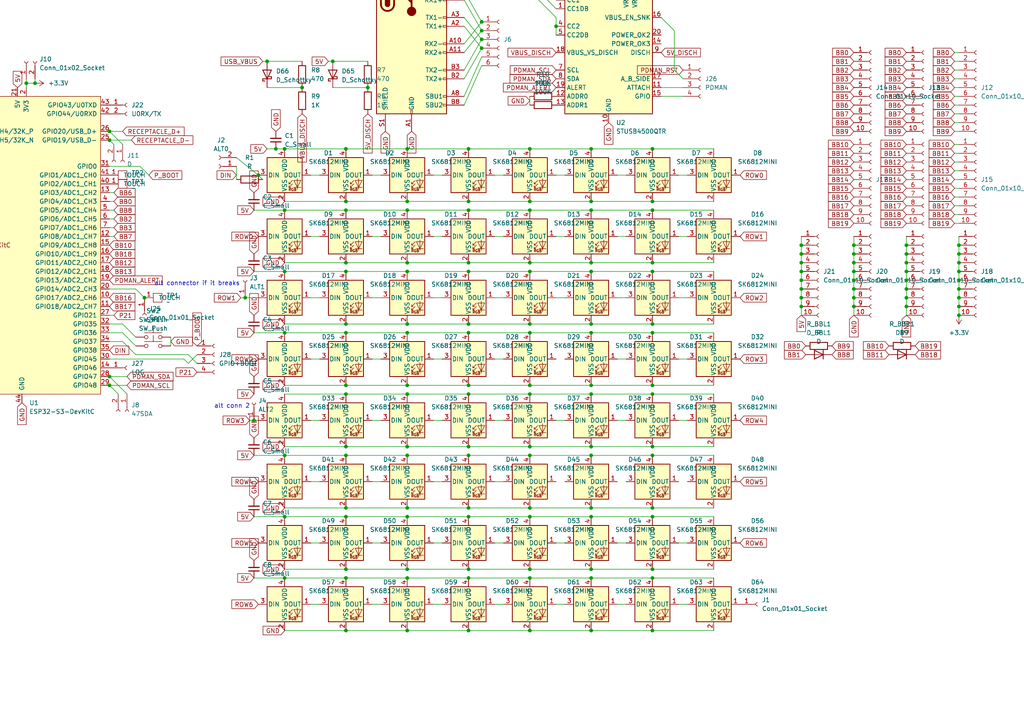
<source format=kicad_sch>
(kicad_sch (version 20241209) (generator "eeschema") (generator_version "8.99")
  (paper "A4")
  (lib_symbols
    (symbol "Connector:Conn_01x01_Socket" (pin_names (offset 1.016) (hide yes))
      (property "Reference" "J" (at 0 2.54 0))
      (property "Value" "Conn_01x01_Socket" (at 0 -2.54 0))
      (symbol "Conn_01x01_Socket_1_1"
        (pin passive line (at -5.08 0 0) (length 3.81) (name "Pin_1") (number "1"))
      )
    )
    (symbol "Connector:Conn_01x02_Socket" (pin_names (offset 1.016) (hide yes))
      (property "Reference" "J" (at 0 2.54 0))
      (property "Value" "Conn_01x02_Socket" (at 0 -5.08 0))
      (symbol "Conn_01x02_Socket_1_1"
        (pin passive line (at -5.08 0 0) (length 3.81) (name "Pin_1") (number "1"))
        (pin passive line (at -5.08 -2.54 0) (length 3.81) (name "Pin_2") (number "2"))
      )
    )
    (symbol "Connector:Conn_01x04_Socket" (pin_names (offset 1.016) (hide yes))
      (property "Reference" "J" (at 0 5.08 0))
      (property "Value" "Conn_01x04_Socket" (at 0 -7.62 0))
      (symbol "Conn_01x04_Socket_1_1"
        (pin passive line (at -5.08 2.54 0) (length 3.81) (name "Pin_1") (number "1"))
        (pin passive line (at -5.08 0 0) (length 3.81) (name "Pin_2") (number "2"))
        (pin passive line (at -5.08 -2.54 0) (length 3.81) (name "Pin_3") (number "3"))
        (pin passive line (at -5.08 -5.08 0) (length 3.81) (name "Pin_4") (number "4"))
      )
    )
    (symbol "Connector:Conn_01x06_Socket" (pin_names (offset 1.016) (hide yes))
      (property "Reference" "J" (at 0 7.62 0))
      (property "Value" "Conn_01x06_Socket" (at 0 -10.16 0))
      (symbol "Conn_01x06_Socket_1_1"
        (pin passive line (at -5.08 5.08 0) (length 3.81) (name "Pin_1") (number "1"))
        (pin passive line (at -5.08 2.54 0) (length 3.81) (name "Pin_2") (number "2"))
        (pin passive line (at -5.08 0 0) (length 3.81) (name "Pin_3") (number "3"))
        (pin passive line (at -5.08 -2.54 0) (length 3.81) (name "Pin_4") (number "4"))
        (pin passive line (at -5.08 -5.08 0) (length 3.81) (name "Pin_5") (number "5"))
        (pin passive line (at -5.08 -7.62 0) (length 3.81) (name "Pin_6") (number "6"))
      )
    )
    (symbol "Connector:Conn_01x10_Socket" (pin_names (offset 1.016) (hide yes))
      (property "Reference" "J" (at 0 12.7 0))
      (property "Value" "Conn_01x10_Socket" (at 0 -15.24 0))
      (symbol "Conn_01x10_Socket_1_1"
        (pin passive line (at -5.08 10.16 0) (length 3.81) (name "Pin_1") (number "1"))
        (pin passive line (at -5.08 7.62 0) (length 3.81) (name "Pin_2") (number "2"))
        (pin passive line (at -5.08 5.08 0) (length 3.81) (name "Pin_3") (number "3"))
        (pin passive line (at -5.08 2.54 0) (length 3.81) (name "Pin_4") (number "4"))
        (pin passive line (at -5.08 0 0) (length 3.81) (name "Pin_5") (number "5"))
        (pin passive line (at -5.08 -2.54 0) (length 3.81) (name "Pin_6") (number "6"))
        (pin passive line (at -5.08 -5.08 0) (length 3.81) (name "Pin_7") (number "7"))
        (pin passive line (at -5.08 -7.62 0) (length 3.81) (name "Pin_8") (number "8"))
        (pin passive line (at -5.08 -10.16 0) (length 3.81) (name "Pin_9") (number "9"))
        (pin passive line (at -5.08 -12.7 0) (length 3.81) (name "Pin_10") (number "10"))
      )
    )
    (symbol "Connector:USB_C_Receptacle" (pin_names (offset 1.016))
      (property "Reference" "J" (at -10.16 29.21 0))
      (property "Value" "USB_C_Receptacle" (at 10.16 29.21 0))
      (symbol "USB_C_Receptacle_1_1"
        (pin passive line (at -7.62 -40.64 90) (length 5.08) (name "SHIELD") (number "S1"))
        (pin passive line (at 0 -40.64 90) (length 5.08) (name "GND") (number "A1"))
        (pin passive line (at 0 -40.64 90) (length 5.08) (hide yes) (name "GND") (number "A12"))
        (pin passive line (at 0 -40.64 90) (length 5.08) (hide yes) (name "GND") (number "B1"))
        (pin passive line (at 0 -40.64 90) (length 5.08) (hide yes) (name "GND") (number "B12"))
        (pin passive line (at 15.24 25.4 180) (length 5.08) (name "VBUS") (number "A4"))
        (pin passive line (at 15.24 25.4 180) (length 5.08) (hide yes) (name "VBUS") (number "A9"))
        (pin passive line (at 15.24 25.4 180) (length 5.08) (hide yes) (name "VBUS") (number "B4"))
        (pin passive line (at 15.24 25.4 180) (length 5.08) (hide yes) (name "VBUS") (number "B9"))
        (pin bidirectional line (at 15.24 20.32 180) (length 5.08) (name "CC1") (number "A5"))
        (pin bidirectional line (at 15.24 17.78 180) (length 5.08) (name "CC2") (number "B5"))
        (pin bidirectional line (at 15.24 12.7 180) (length 5.08) (name "D-") (number "A7"))
        (pin bidirectional line (at 15.24 10.16 180) (length 5.08) (name "D-") (number "B7"))
        (pin bidirectional line (at 15.24 7.62 180) (length 5.08) (name "D+") (number "A6"))
        (pin bidirectional line (at 15.24 5.08 180) (length 5.08) (name "D+") (number "B6"))
        (pin bidirectional line (at 15.24 0 180) (length 5.08) (name "RX1-") (number "B10"))
        (pin bidirectional line (at 15.24 -2.54 180) (length 5.08) (name "RX1+") (number "B11"))
        (pin bidirectional line (at 15.24 -7.62 180) (length 5.08) (name "TX1-") (number "A3"))
        (pin bidirectional line (at 15.24 -10.16 180) (length 5.08) (name "TX1+") (number "A2"))
        (pin bidirectional line (at 15.24 -15.24 180) (length 5.08) (name "RX2-") (number "A10"))
        (pin bidirectional line (at 15.24 -17.78 180) (length 5.08) (name "RX2+") (number "A11"))
        (pin bidirectional line (at 15.24 -22.86 180) (length 5.08) (name "TX2-") (number "B3"))
        (pin bidirectional line (at 15.24 -25.4 180) (length 5.08) (name "TX2+") (number "B2"))
        (pin bidirectional line (at 15.24 -30.48 180) (length 5.08) (name "SBU1") (number "A8"))
        (pin bidirectional line (at 15.24 -33.02 180) (length 5.08) (name "SBU2") (number "B8"))
      )
    )
    (symbol "Device:C" (pin_numbers (hide yes)) (pin_names (offset 0.254))
      (property "Reference" "C" (at 0.635 2.54 0))
      (property "Value" "C" (at 0.635 -2.54 0))
      (symbol "C_1_1"
        (pin passive line (at 0 3.81 270) (length 2.794) (name "~") (number "1"))
        (pin passive line (at 0 -3.81 90) (length 2.794) (name "~") (number "2"))
      )
    )
    (symbol "Device:C_Small" (pin_numbers (hide yes)) (pin_names (offset 0.254) (hide yes))
      (property "Reference" "C" (at 0.254 1.778 0))
      (property "Value" "C_Small" (at 0.254 -2.032 0))
      (symbol "C_Small_1_1"
        (pin passive line (at 0 2.54 270) (length 2.032) (name "~") (number "1"))
        (pin passive line (at 0 -2.54 90) (length 2.032) (name "~") (number "2"))
      )
    )
    (symbol "Device:D" (pin_numbers (hide yes)) (pin_names (offset 1.016) (hide yes))
      (property "Reference" "D" (at 0 2.54 0))
      (property "Value" "D" (at 0 -2.54 0))
      (symbol "D_1_1"
        (pin passive line (at -3.81 0 0) (length 2.54) (name "K") (number "1"))
        (pin passive line (at 3.81 0 180) (length 2.54) (name "A") (number "2"))
      )
    )
    (symbol "Device:D_Schottky" (pin_numbers (hide yes)) (pin_names (offset 1.016) (hide yes))
      (property "Reference" "D" (at 0 2.54 0))
      (property "Value" "D_Schottky" (at 0 -2.54 0))
      (symbol "D_Schottky_1_1"
        (pin passive line (at -3.81 0 0) (length 2.54) (name "K") (number "1"))
        (pin passive line (at 3.81 0 180) (length 2.54) (name "A") (number "2"))
      )
    )
    (symbol "Device:L_Iron_Small" (pin_numbers (hide yes)) (pin_names (offset 0.254) (hide yes))
      (property "Reference" "L" (at 1.27 1.016 0))
      (property "Value" "L_Iron_Small" (at 1.27 -1.27 0))
      (symbol "L_Iron_Small_1_1"
        (pin passive line (at 0 2.54 270) (length 0.508) (name "~") (number "1"))
        (pin passive line (at 0 -2.54 90) (length 0.508) (name "~") (number "2"))
      )
    )
    (symbol "Device:R" (pin_numbers (hide yes)) (pin_names (offset 0))
      (property "Reference" "R" (at 2.032 0 90))
      (property "Value" "R" (at 0 0 90))
      (symbol "R_1_1"
        (pin passive line (at 0 3.81 270) (length 1.27) (name "~") (number "1"))
        (pin passive line (at 0 -3.81 90) (length 1.27) (name "~") (number "2"))
      )
    )
    (symbol "Espressif:ESP32-S3-DevKitC" (pin_names (offset 1.016))
      (property "Reference" "U" (at -22.86 48.26 0))
      (property "Value" "ESP32-S3-DevKitC" (at -22.86 45.72 0))
      (symbol "ESP32-S3-DevKitC_0_0"
        (text "ESP32-S3-DevKitC" (at -12.7 0 0) (effects (font (size 1.27 1.27))))
        (pin bidirectional line (at -25.4 15.24 0) (length 2.54) (name "GPIO42/MTMS") (number "39"))
        (pin power_in line (at 0 -45.72 90) (length 2.54) (name "GND") (number "44"))
        (pin bidirectional line (at 25.4 40.64 180) (length 2.54) (name "GPIO43/U0TXD") (number "43"))
        (pin bidirectional line (at 25.4 38.1 180) (length 2.54) (name "GPIO44/U0RXD") (number "42"))
        (pin bidirectional line (at 25.4 20.32 180) (length 2.54) (name "GPIO1/ADC1_CH0") (number "41"))
        (pin bidirectional line (at 25.4 17.78 180) (length 2.54) (name "GPIO2/ADC1_CH1") (number "40"))
        (pin bidirectional line (at 25.4 -10.16 180) (length 2.54) (name "GPIO13/ADC2_CH2") (number "19"))
        (pin bidirectional line (at 25.4 -35.56 180) (length 2.54) (name "GPIO46") (number "14"))
      )
      (symbol "ESP32-S3-DevKitC_0_1"
        (pin power_in line (at 1.27 45.72 270) (length 2.54) (name "3V3") (number "2"))
      )
      (symbol "ESP32-S3-DevKitC_1_1"
        (pin input line (at -25.4 40.64 0) (length 2.54) (name "CHIP_PU") (number "3"))
        (pin bidirectional line (at -25.4 33.02 0) (length 2.54) (name "GPIO15/ADC2_CH4/32K_P") (number "8"))
        (pin bidirectional line (at -25.4 30.48 0) (length 2.54) (name "GPIO16/ADC2_CH5/32K_N") (number "9"))
        (pin bidirectional line (at -25.4 22.86 0) (length 2.54) (name "GPIO39/MTCK") (number "36"))
        (pin bidirectional line (at -25.4 20.32 0) (length 2.54) (name "GPIO40/MTDO") (number "37"))
        (pin bidirectional line (at -25.4 17.78 0) (length 2.54) (name "GPIO41/MTDI") (number "38"))
        (pin power_in line (at -1.27 45.72 270) (length 2.54) (name "5V") (number "21"))
        (pin passive line (at 0 -45.72 90) (length 2.54) (hide yes) (name "GND") (number "22"))
        (pin passive line (at 0 -45.72 90) (length 2.54) (hide yes) (name "GND") (number "23"))
        (pin passive line (at 0 -45.72 90) (length 2.54) (hide yes) (name "GND") (number "24"))
        (pin passive line (at 1.27 45.72 270) (length 2.54) (hide yes) (name "3V3") (number "1"))
        (pin bidirectional line (at 25.4 33.02 180) (length 2.54) (name "GPIO20/USB_D+") (number "26"))
        (pin bidirectional line (at 25.4 30.48 180) (length 2.54) (name "GPIO19/USB_D-") (number "25"))
        (pin bidirectional line (at 25.4 22.86 180) (length 2.54) (name "GPIO0") (number "31"))
        (pin bidirectional line (at 25.4 15.24 180) (length 2.54) (name "GPIO3/ADC1_CH2") (number "13"))
        (pin bidirectional line (at 25.4 12.7 180) (length 2.54) (name "GPIO4/ADC1_CH3") (number "4"))
        (pin bidirectional line (at 25.4 10.16 180) (length 2.54) (name "GPIO5/ADC1_CH4") (number "5"))
        (pin bidirectional line (at 25.4 7.62 180) (length 2.54) (name "GPIO6/ADC1_CH5") (number "6"))
        (pin bidirectional line (at 25.4 5.08 180) (length 2.54) (name "GPIO7/ADC1_CH6") (number "7"))
        (pin bidirectional line (at 25.4 2.54 180) (length 2.54) (name "GPIO8/ADC1_CH7") (number "12"))
        (pin bidirectional line (at 25.4 0 180) (length 2.54) (name "GPIO9/ADC1_CH8") (number "15"))
        (pin bidirectional line (at 25.4 -2.54 180) (length 2.54) (name "GPIO10/ADC1_CH9") (number "16"))
        (pin bidirectional line (at 25.4 -5.08 180) (length 2.54) (name "GPIO11/ADC2_CH0") (number "17"))
        (pin bidirectional line (at 25.4 -7.62 180) (length 2.54) (name "GPIO12/ADC2_CH1") (number "18"))
        (pin bidirectional line (at 25.4 -12.7 180) (length 2.54) (name "GPIO14/ADC2_CH3") (number "20"))
        (pin bidirectional line (at 25.4 -15.24 180) (length 2.54) (name "GPIO17/ADC2_CH6") (number "10"))
        (pin bidirectional line (at 25.4 -17.78 180) (length 2.54) (name "GPIO18/ADC2_CH7") (number "11"))
        (pin bidirectional line (at 25.4 -20.32 180) (length 2.54) (name "GPIO21") (number "27"))
        (pin bidirectional line (at 25.4 -22.86 180) (length 2.54) (name "GPIO35") (number "32"))
        (pin bidirectional line (at 25.4 -25.4 180) (length 2.54) (name "GPIO36") (number "33"))
        (pin bidirectional line (at 25.4 -27.94 180) (length 2.54) (name "GPIO37") (number "34"))
        (pin bidirectional line (at 25.4 -30.48 180) (length 2.54) (name "GPIO38") (number "35"))
        (pin bidirectional line (at 25.4 -33.02 180) (length 2.54) (name "GPIO45") (number "30"))
        (pin bidirectional line (at 25.4 -38.1 180) (length 2.54) (name "GPIO47") (number "28"))
        (pin bidirectional line (at 25.4 -40.64 180) (length 2.54) (name "GPIO48") (number "29"))
      )
    )
    (symbol "Interface_USB:STUSB4500QTR"
      (property "Reference" "U" (at -12.7 21.59 0))
      (property "Value" "STUSB4500QTR" (at 8.89 -21.59 0))
      (symbol "STUSB4500QTR_1_1"
        (pin input line (at -15.24 17.78 0) (length 2.54) (name "RESET") (number "6"))
        (pin bidirectional line (at -15.24 12.7 0) (length 2.54) (name "CC1") (number "2"))
        (pin bidirectional line (at -15.24 10.16 0) (length 2.54) (name "CC1DB") (number "1"))
        (pin bidirectional line (at -15.24 5.08 0) (length 2.54) (name "CC2") (number "4"))
        (pin bidirectional line (at -15.24 2.54 0) (length 2.54) (name "CC2DB") (number "5"))
        (pin input line (at -15.24 -2.54 0) (length 2.54) (name "VBUS_VS_DISCH") (number "18"))
        (pin input line (at -15.24 -7.62 0) (length 2.54) (name "SCL") (number "7"))
        (pin bidirectional line (at -15.24 -10.16 0) (length 2.54) (name "SDA") (number "8"))
        (pin open_collector line (at -15.24 -12.7 0) (length 2.54) (name "ALERT") (number "19"))
        (pin input line (at -15.24 -15.24 0) (length 2.54) (name "ADDR0") (number "12"))
        (pin input line (at -15.24 -17.78 0) (length 2.54) (name "ADDR1") (number "13"))
        (pin no_connect line (at -12.7 15.24 0) (length 2.54) (hide yes) (name "NC") (number "3"))
        (pin power_in line (at -2.54 22.86 270) (length 2.54) (name "VDD") (number "24"))
        (pin power_in line (at 0 22.86 270) (length 2.54) (name "VSYS") (number "22"))
        (pin power_in line (at 0 -22.86 90) (length 2.54) (name "GND") (number "10"))
        (pin passive line (at 0 -22.86 90) (length 2.54) (hide yes) (name "GND") (number "25"))
        (pin power_out line (at 5.08 22.86 270) (length 2.54) (name "VREG_1V2") (number "21"))
        (pin power_out line (at 7.62 22.86 270) (length 2.54) (name "VREG_2V7") (number "23"))
        (pin open_collector line (at 15.24 7.62 180) (length 2.54) (name "VBUS_EN_SNK") (number "16"))
        (pin open_collector line (at 15.24 2.54 180) (length 2.54) (name "POWER_OK2") (number "20"))
        (pin open_collector line (at 15.24 0 180) (length 2.54) (name "POWER_OK3") (number "14"))
        (pin bidirectional line (at 15.24 -2.54 180) (length 2.54) (name "DISCH") (number "9"))
        (pin open_collector line (at 15.24 -10.16 180) (length 2.54) (name "A_B_SIDE") (number "17"))
        (pin open_collector line (at 15.24 -12.7 180) (length 2.54) (name "ATTACH") (number "11"))
        (pin open_collector line (at 15.24 -15.24 180) (length 2.54) (name "GPIO") (number "15"))
      )
    )
    (symbol "LED:SK6812MINI" (pin_names (offset 0.254))
      (property "Reference" "D" (at 5.08 5.715 0))
      (property "Value" "SK6812MINI" (at 1.27 -5.715 0))
      (symbol "SK6812MINI_0_0"
        (text "RGB" (at 2.286 -4.191 0) (effects (font (size 0.762 0.762))))
      )
      (symbol "SK6812MINI_1_1"
        (pin input line (at -7.62 0 0) (length 2.54) (name "DIN") (number "3"))
        (pin power_in line (at 0 7.62 270) (length 2.54) (name "VDD") (number "4"))
        (pin power_in line (at 0 -7.62 90) (length 2.54) (name "VSS") (number "2"))
        (pin output line (at 7.62 0 180) (length 2.54) (name "DOUT") (number "1"))
      )
    )
    (symbol "Switch:SW_Push" (pin_numbers (hide yes)) (pin_names (offset 1.016) (hide yes))
      (property "Reference" "SW" (at 1.27 2.54 0))
      (property "Value" "SW_Push" (at 0 -1.524 0))
      (symbol "SW_Push_0_1"
        (pin passive line (at -5.08 0 0) (length 2.54) (name "1") (number "1"))
        (pin passive line (at 5.08 0 180) (length 2.54) (name "2") (number "2"))
      )
    )
    (symbol "power:+3.3V" (power) (pin_numbers (hide yes)) (pin_names (offset 0) (hide yes))
      (property "Value" "+3.3V" (at 0 3.556 0))
      (symbol "+3.3V_1_1"
        (pin power_in line (at 0 0 90) (length 0) (name "~") (number "1"))
      )
    )
    (symbol "power:GND" (power) (pin_numbers (hide yes)) (pin_names (offset 0) (hide yes))
      (property "Value" "GND" (at 0 -3.81 0))
      (symbol "GND_1_1"
        (pin power_in line (at 0 0 270) (length 0) (name "~") (number "1"))
      )
    )
    (symbol "self:TOUCH" (pin_names (offset 1.524))
      (property "Reference" "TP" (at 0.254 2.032 0))
      (symbol "TOUCH_1_1"
        (pin input line (at 0 0 0) (length 2.54) (name "TOUCH") (number "1"))
      )
    )
    (symbol "ti-buck:TPS54821RHLR" (pin_names (offset 0.254))
      (property "Reference" "U" (at 33.02 10.16 0))
      (property "Value" "TPS54821RHLR" (at 33.02 7.62 0))
      (symbol "TPS54821RHLR_0_1"
        (pin bidirectional line (at 0 0 0) (length 7.62) (name "RT/CLK") (number "1"))
        (pin power_in line (at 0 -2.54 0) (length 7.62) (name "GND") (number "2"))
        (pin power_in line (at 0 -5.08 0) (length 7.62) (name "GND") (number "3"))
        (pin input line (at 0 -7.62 0) (length 7.62) (name "PVIN") (number "4"))
        (pin input line (at 0 -10.16 0) (length 7.62) (name "PVIN") (number "5"))
        (pin input line (at 0 -12.7 0) (length 7.62) (name "VIN") (number "6"))
        (pin power_in line (at 0 -15.24 0) (length 7.62) (name "VSENSE") (number "7"))
        (pin unspecified line (at 66.04 0 180) (length 7.62) (name "EPAD") (number "15"))
        (pin power_in line (at 66.04 -2.54 180) (length 7.62) (name "PWRGD") (number "14"))
        (pin unspecified line (at 66.04 -5.08 180) (length 7.62) (name "BOOT") (number "13"))
        (pin unspecified line (at 66.04 -7.62 180) (length 7.62) (name "PH") (number "12"))
        (pin unspecified line (at 66.04 -10.16 180) (length 7.62) (name "PH") (number "11"))
        (pin unspecified line (at 66.04 -12.7 180) (length 7.62) (name "EN") (number "10"))
        (pin bidirectional line (at 66.04 -15.24 180) (length 7.62) (name "SS/TR") (number "9"))
        (pin unspecified line (at 66.04 -17.78 180) (length 7.62) (name "COMP") (number "8"))
      )
    )
  )
  (text "alt connector if it breaks\n" (at 57.15 82.296 0) (effects (font (size 1.27 1.27))))
  (text "alt conn 2" (at 67.31 117.856 0) (effects (font (size 1.27 1.27))))
  (junction (at 189.23 114.3))
  (junction (at 118.11 167.64))
  (junction (at 171.45 182.88))
  (junction (at 189.23 76.2))
  (junction (at 82.55 78.74))
  (junction (at 309.88 -53.34))
  (junction (at 100.33 129.54))
  (junction (at 189.23 58.42))
  (junction (at 171.45 111.76))
  (junction (at 96.52 17.78))
  (junction (at 153.67 165.1))
  (junction (at 71.12 86.36))
  (junction (at 31.75 40.64))
  (junction (at 135.89 114.3))
  (junction (at 82.55 60.96))
  (junction (at 189.23 182.88))
  (junction (at 135.89 129.54))
  (junction (at 189.23 111.76))
  (junction (at 135.89 165.1))
  (junction (at 135.89 96.52))
  (junction (at 171.45 93.98))
  (junction (at 156.21 -22.86))
  (junction (at 184.15 -12.7))
  (junction (at 153.67 132.08))
  (junction (at 118.11 114.3))
  (junction (at 118.11 96.52))
  (junction (at 171.45 96.52))
  (junction (at 139.7 11.43))
  (junction (at 153.67 96.52))
  (junction (at 118.11 147.32))
  (junction (at 139.7 13.97))
  (junction (at 100.33 147.32))
  (junction (at 278.13 81.28))
  (junction (at 247.65 76.2))
  (junction (at 118.11 93.98))
  (junction (at 171.45 58.42))
  (junction (at 171.45 149.86))
  (junction (at 82.55 132.08))
  (junction (at 247.65 86.36))
  (junction (at 135.89 182.88))
  (junction (at 278.13 83.82))
  (junction (at 100.33 96.52))
  (junction (at 232.41 88.9))
  (junction (at 135.89 167.64))
  (junction (at 278.13 71.12))
  (junction (at 100.33 60.96))
  (junction (at 189.23 132.08))
  (junction (at 232.41 83.82))
  (junction (at 135.89 78.74))
  (junction (at 153.67 58.42))
  (junction (at 278.13 91.44))
  (junction (at 237.49 -53.34))
  (junction (at 153.67 114.3))
  (junction (at 135.89 58.42))
  (junction (at 189.23 93.98))
  (junction (at 226.06 -50.8))
  (junction (at 87.63 25.4))
  (junction (at 247.65 83.82))
  (junction (at 171.45 76.2))
  (junction (at 153.67 78.74))
  (junction (at 106.68 25.4))
  (junction (at 232.41 86.36))
  (junction (at 100.33 132.08))
  (junction (at 7.62 24.13))
  (junction (at 262.89 71.12))
  (junction (at 139.7 6.35))
  (junction (at 100.33 58.42))
  (junction (at 153.67 43.18))
  (junction (at 82.55 43.18))
  (junction (at 118.11 43.18))
  (junction (at 171.45 167.64))
  (junction (at 232.41 78.74))
  (junction (at 262.89 76.2))
  (junction (at 153.67 147.32))
  (junction (at 226.06 -53.34))
  (junction (at 278.13 76.2))
  (junction (at 100.33 149.86))
  (junction (at 31.75 111.76))
  (junction (at 118.11 149.86))
  (junction (at 189.23 60.96))
  (junction (at 189.23 43.18))
  (junction (at 189.23 167.64))
  (junction (at 247.65 81.28))
  (junction (at 153.67 93.98))
  (junction (at 171.45 60.96))
  (junction (at 189.23 149.86))
  (junction (at 171.45 132.08))
  (junction (at 135.89 60.96))
  (junction (at 278.13 73.66))
  (junction (at 135.89 76.2))
  (junction (at 189.23 147.32))
  (junction (at 135.89 111.76))
  (junction (at 135.89 -20.32))
  (junction (at 189.23 165.1))
  (junction (at 181.61 -11.43))
  (junction (at 100.33 76.2))
  (junction (at 232.41 76.2))
  (junction (at 153.67 149.86))
  (junction (at 247.65 73.66))
  (junction (at 82.55 167.64))
  (junction (at 153.67 111.76))
  (junction (at 171.45 114.3))
  (junction (at 135.89 147.32))
  (junction (at 262.89 86.36))
  (junction (at 100.33 167.64))
  (junction (at 247.65 78.74))
  (junction (at 308.61 -53.34))
  (junction (at 118.11 132.08))
  (junction (at 82.55 149.86))
  (junction (at 100.33 182.88))
  (junction (at 153.67 167.64))
  (junction (at 82.55 96.52))
  (junction (at 135.89 93.98))
  (junction (at 247.65 71.12))
  (junction (at 153.67 129.54))
  (junction (at 118.11 58.42))
  (junction (at 118.11 165.1))
  (junction (at 232.41 71.12))
  (junction (at 41.91 86.36))
  (junction (at 118.11 111.76))
  (junction (at 118.11 182.88))
  (junction (at 232.41 81.28))
  (junction (at 171.45 147.32))
  (junction (at 171.45 129.54))
  (junction (at 80.01 43.18))
  (junction (at 262.89 88.9))
  (junction (at 278.13 86.36))
  (junction (at 135.89 132.08))
  (junction (at 171.45 165.1))
  (junction (at 73.66 121.92))
  (junction (at 232.41 73.66))
  (junction (at 10.16 24.13))
  (junction (at 118.11 129.54))
  (junction (at 74.93 50.8))
  (junction (at 118.11 76.2))
  (junction (at 161.29 7.62))
  (junction (at 100.33 93.98))
  (junction (at 153.67 60.96))
  (junction (at 262.89 78.74))
  (junction (at 262.89 83.82))
  (junction (at 100.33 114.3))
  (junction (at 100.33 111.76))
  (junction (at 278.13 78.74))
  (junction (at 262.89 81.28))
  (junction (at 153.67 182.88))
  (junction (at 100.33 165.1))
  (junction (at 189.23 78.74))
  (junction (at 154.94 -22.86))
  (junction (at 247.65 88.9))
  (junction (at 100.33 78.74))
  (junction (at 31.75 109.22))
  (junction (at 278.13 88.9))
  (junction (at 262.89 73.66))
  (junction (at 100.33 43.18))
  (junction (at 77.47 17.78))
  (junction (at 31.75 38.1))
  (junction (at 139.7 8.89))
  (junction (at 171.45 78.74))
  (junction (at 135.89 43.18))
  (junction (at 153.67 76.2))
  (junction (at 189.23 129.54))
  (junction (at 135.89 149.86))
  (junction (at 118.11 60.96))
  (junction (at 189.23 96.52))
  (junction (at 171.45 43.18))
  (junction (at 118.11 78.74))
  (wire (pts (xy 135.89 149.86) (xy 153.67 149.86)))
  (wire (pts (xy 171.45 111.76) (xy 189.23 111.76)))
  (wire (pts (xy 181.61 -10.16) (xy 181.61 -11.43)))
  (wire (pts (xy 262.89 76.2) (xy 262.89 73.66)))
  (wire (pts (xy 143.51 50.8) (xy 146.05 50.8)))
  (wire (pts (xy 278.13 71.12) (xy 278.13 68.58)))
  (wire (pts (xy 181.61 -17.78) (xy 184.15 -17.78)))
  (wire (pts (xy 68.58 45.72) (xy 74.93 50.8)))
  (wire (pts (xy 125.73 139.7) (xy 128.27 139.7)))
  (wire (pts (xy 31.75 99.06) (xy 35.56 99.06)))
  (wire (pts (xy 313.69 -48.26) (xy 306.07 -48.26)))
  (wire (pts (xy 327.66 -45.72) (xy 327.66 -43.18)))
  (wire (pts (xy 69.85 86.36) (xy 71.12 86.36)))
  (wire (pts (xy 191.77 27.94) (xy 198.12 27.94)))
  (wire (pts (xy 189.23 182.88) (xy 207.01 182.88)))
  (wire (pts (xy 262.89 88.9) (xy 262.89 86.36)))
  (wire (pts (xy 278.13 81.28) (xy 278.13 78.74)))
  (wire (pts (xy 77.47 25.4) (xy 87.63 25.4)))
  (wire (pts (xy 171.45 149.86) (xy 189.23 149.86)))
  (wire (pts (xy 134.62 0) (xy 139.7 8.89)))
  (wire (pts (xy 189.23 93.98) (xy 207.01 93.98)))
  (wire (pts (xy 232.41 88.9) (xy 232.41 86.36)))
  (wire (pts (xy 278.13 20.32) (xy 276.86 20.32)))
  (wire (pts (xy 33.02 58.42) (xy 31.75 58.42)))
  (wire (pts (xy 90.17 50.8) (xy 92.71 50.8)))
  (wire (pts (xy 153.67 60.96) (xy 171.45 60.96)))
  (wire (pts (xy 100.33 43.18) (xy 118.11 43.18)))
  (wire (pts (xy 153.67 129.54) (xy 171.45 129.54)))
  (wire (pts (xy 262.89 71.12) (xy 262.89 68.58)))
  (wire (pts (xy 73.66 121.92) (xy 74.93 121.92)))
  (wire (pts (xy 278.13 64.77) (xy 276.86 64.77)))
  (wire (pts (xy 82.55 165.1) (xy 100.33 165.1)))
  (wire (pts (xy 146.05 175.26) (xy 143.51 175.26)))
  (wire (pts (xy 262.89 86.36) (xy 262.89 83.82)))
  (wire (pts (xy 278.13 78.74) (xy 278.13 76.2)))
  (wire (pts (xy 134.62 7.62) (xy 139.7 13.97)))
  (wire (pts (xy 128.27 86.36) (xy 125.73 86.36)))
  (wire (pts (xy 179.07 157.48) (xy 181.61 157.48)))
  (wire (pts (xy 134.62 -15.24) (xy 134.62 -12.7)))
  (wire (pts (xy 306.07 -58.42) (xy 309.88 -58.42)))
  (wire (pts (xy 107.95 50.8) (xy 110.49 50.8)))
  (wire (pts (xy 191.77 5.08) (xy 195.58 8.89)))
  (wire (pts (xy 134.62 15.24) (xy 139.7 8.89)))
  (wire (pts (xy 189.23 76.2) (xy 171.45 76.2)))
  (wire (pts (xy 171.45 114.3) (xy 189.23 114.3)))
  (wire (pts (xy 135.89 76.2) (xy 118.11 76.2)))
  (wire (pts (xy 107.95 157.48) (xy 110.49 157.48)))
  (wire (pts (xy 135.89 58.42) (xy 153.67 58.42)))
  (wire (pts (xy 31.75 111.76) (xy 36.83 111.76)))
  (wire (pts (xy 134.62 -7.62) (xy 134.62 -10.16)))
  (wire (pts (xy 35.56 99.06) (xy 39.37 102.87)))
  (wire (pts (xy 189.23 167.64) (xy 171.45 167.64)))
  (wire (pts (xy 196.85 157.48) (xy 199.39 157.48)))
  (wire (pts (xy 189.23 132.08) (xy 171.45 132.08)))
  (wire (pts (xy 82.55 93.98) (xy 100.33 93.98)))
  (wire (pts (xy 153.67 147.32) (xy 171.45 147.32)))
  (wire (pts (xy 153.67 76.2) (xy 135.89 76.2)))
  (wire (pts (xy 100.33 58.42) (xy 118.11 58.42)))
  (wire (pts (xy 153.67 78.74) (xy 171.45 78.74)))
  (wire (pts (xy 278.13 59.69) (xy 276.86 59.69)))
  (wire (pts (xy 163.83 175.26) (xy 161.29 175.26)))
  (wire (pts (xy 82.55 149.86) (xy 100.33 149.86)))
  (wire (pts (xy 39.37 102.87) (xy 54.61 102.87)))
  (wire (pts (xy 82.55 167.64) (xy 73.66 167.64)))
  (wire (pts (xy 100.33 147.32) (xy 118.11 147.32)))
  (wire (pts (xy 31.75 109.22) (xy 36.83 114.3)))
  (wire (pts (xy 135.89 114.3) (xy 153.67 114.3)))
  (wire (pts (xy 107.95 139.7) (xy 110.49 139.7)))
  (wire (pts (xy 134.62 27.94) (xy 139.7 16.51)))
  (wire (pts (xy 135.89 78.74) (xy 153.67 78.74)))
  (wire (pts (xy 100.33 167.64) (xy 82.55 167.64)))
  (wire (pts (xy 154.94 -22.86) (xy 156.21 -22.86)))
  (wire (pts (xy 135.89 111.76) (xy 153.67 111.76)))
  (wire (pts (xy 100.33 111.76) (xy 118.11 111.76)))
  (wire (pts (xy 196.85 104.14) (xy 199.39 104.14)))
  (wire (pts (xy 54.61 102.87) (xy 57.15 105.41)))
  (wire (pts (xy 31.75 83.82) (xy 39.37 83.82)))
  (wire (pts (xy 278.13 15.24) (xy 276.86 15.24)))
  (wire (pts (xy 153.67 93.98) (xy 171.45 93.98)))
  (wire (pts (xy 161.29 157.48) (xy 163.83 157.48)))
  (wire (pts (xy 31.75 38.1) (xy 35.56 38.1)))
  (wire (pts (xy 96.52 17.78) (xy 106.68 17.78)))
  (wire (pts (xy 31.75 40.64) (xy 33.02 41.91)))
  (wire (pts (xy 125.73 50.8) (xy 128.27 50.8)))
  (wire (pts (xy 76.2 17.78) (xy 77.47 17.78)))
  (wire (pts (xy 232.41 91.44) (xy 232.41 88.9)))
  (wire (pts (xy 179.07 50.8) (xy 181.61 50.8)))
  (wire (pts (xy 278.13 38.1) (xy 276.86 38.1)))
  (wire (pts (xy 31.75 91.44) (xy 33.02 91.44)))
  (wire (pts (xy 33.02 66.04) (xy 31.75 66.04)))
  (wire (pts (xy 82.55 114.3) (xy 100.33 114.3)))
  (wire (pts (xy 181.61 -11.43) (xy 181.61 -12.7)))
  (wire (pts (xy 118.11 76.2) (xy 100.33 76.2)))
  (wire (pts (xy 135.89 147.32) (xy 153.67 147.32)))
  (wire (pts (xy 146.05 121.92) (xy 143.51 121.92)))
  (wire (pts (xy 82.55 129.54) (xy 100.33 129.54)))
  (wire (pts (xy 247.65 71.12) (xy 247.65 73.66)))
  (wire (pts (xy 118.11 111.76) (xy 135.89 111.76)))
  (wire (pts (xy 161.29 50.8) (xy 163.83 50.8)))
  (wire (pts (xy 134.62 22.86) (xy 139.7 13.97)))
  (wire (pts (xy 278.13 88.9) (xy 278.13 86.36)))
  (wire (pts (xy 171.45 96.52) (xy 153.67 96.52)))
  (wire (pts (xy 31.75 48.26) (xy 40.64 48.26)))
  (wire (pts (xy 134.62 12.7) (xy 139.7 6.35)))
  (wire (pts (xy 100.33 132.08) (xy 82.55 132.08)))
  (wire (pts (xy 153.67 132.08) (xy 135.89 132.08)))
  (wire (pts (xy 223.52 -53.34) (xy 226.06 -50.8)))
  (wire (pts (xy 90.17 157.48) (xy 92.71 157.48)))
  (wire (pts (xy 237.49 -53.34) (xy 240.03 -53.34)))
  (wire (pts (xy 171.45 129.54) (xy 189.23 129.54)))
  (wire (pts (xy 306.07 -55.88) (xy 308.61 -53.34)))
  (wire (pts (xy 161.29 7.62) (xy 161.29 10.16)))
  (wire (pts (xy 191.77 25.4) (xy 198.12 25.4)))
  (wire (pts (xy 125.73 175.26) (xy 128.27 175.26)))
  (wire (pts (xy 31.75 55.88) (xy 33.02 55.88)))
  (wire (pts (xy 73.66 96.52) (xy 82.55 96.52)))
  (wire (pts (xy 100.33 76.2) (xy 82.55 76.2)))
  (wire (pts (xy 171.45 167.64) (xy 153.67 167.64)))
  (wire (pts (xy 247.65 73.66) (xy 247.65 76.2)))
  (wire (pts (xy 278.13 22.86) (xy 276.86 22.86)))
  (wire (pts (xy 118.11 182.88) (xy 135.89 182.88)))
  (wire (pts (xy 278.13 73.66) (xy 278.13 71.12)))
  (wire (pts (xy 7.62 24.13) (xy 7.62 22.86)))
  (wire (pts (xy 247.65 86.36) (xy 247.65 88.9)))
  (wire (pts (xy 90.17 104.14) (xy 92.71 104.14)))
  (wire (pts (xy 278.13 62.23) (xy 276.86 62.23)))
  (wire (pts (xy 232.41 73.66) (xy 232.41 71.12)))
  (wire (pts (xy 107.95 68.58) (xy 110.49 68.58)))
  (wire (pts (xy 135.89 96.52) (xy 118.11 96.52)))
  (wire (pts (xy 171.45 93.98) (xy 189.23 93.98)))
  (wire (pts (xy 107.95 104.14) (xy 110.49 104.14)))
  (wire (pts (xy 31.75 38.1) (xy 35.56 41.91)))
  (wire (pts (xy 278.13 30.48) (xy 276.86 30.48)))
  (wire (pts (xy 135.89 93.98) (xy 153.67 93.98)))
  (wire (pts (xy 135.89 43.18) (xy 153.67 43.18)))
  (wire (pts (xy 181.61 175.26) (xy 179.07 175.26)))
  (wire (pts (xy 134.62 5.08) (xy 139.7 11.43)))
  (wire (pts (xy 189.23 78.74) (xy 207.01 78.74)))
  (wire (pts (xy 118.11 60.96) (xy 135.89 60.96)))
  (wire (pts (xy 100.33 78.74) (xy 118.11 78.74)))
  (wire (pts (xy 54.61 105.41) (xy 53.34 104.14)))
  (wire (pts (xy 135.89 165.1) (xy 153.67 165.1)))
  (wire (pts (xy 39.37 83.82) (xy 41.91 86.36)))
  (wire (pts (xy 153.67 96.52) (xy 135.89 96.52)))
  (wire (pts (xy 82.55 58.42) (xy 100.33 58.42)))
  (wire (pts (xy 247.65 76.2) (xy 247.65 78.74)))
  (wire (pts (xy 100.33 149.86) (xy 118.11 149.86)))
  (wire (pts (xy 309.88 -53.34) (xy 311.15 -53.34)))
  (wire (pts (xy 92.71 121.92) (xy 90.17 121.92)))
  (wire (pts (xy 247.65 78.74) (xy 247.65 81.28)))
  (wire (pts (xy 153.67 114.3) (xy 171.45 114.3)))
  (wire (pts (xy 118.11 78.74) (xy 135.89 78.74)))
  (wire (pts (xy 35.56 93.98) (xy 39.37 97.79)))
  (wire (pts (xy 134.62 30.48) (xy 139.7 19.05)))
  (wire (pts (xy 226.06 -53.34) (xy 223.52 -53.34)))
  (wire (pts (xy 31.75 96.52) (xy 35.56 96.52)))
  (wire (pts (xy 247.65 83.82) (xy 247.65 86.36)))
  (wire (pts (xy 232.41 86.36) (xy 232.41 83.82)))
  (wire (pts (xy 171.45 58.42) (xy 189.23 58.42)))
  (wire (pts (xy 153.67 182.88) (xy 171.45 182.88)))
  (wire (pts (xy 226.06 -58.42) (xy 226.06 -62.23)))
  (wire (pts (xy 278.13 76.2) (xy 278.13 73.66)))
  (wire (pts (xy 184.15 -12.7) (xy 194.31 -12.7)))
  (wire (pts (xy 118.11 149.86) (xy 135.89 149.86)))
  (wire (pts (xy 278.13 57.15) (xy 276.86 57.15)))
  (wire (pts (xy 82.55 147.32) (xy 100.33 147.32)))
  (wire (pts (xy 171.45 43.18) (xy 189.23 43.18)))
  (wire (pts (xy 196.85 175.26) (xy 199.39 175.26)))
  (wire (pts (xy 232.41 83.82) (xy 232.41 81.28)))
  (wire (pts (xy 181.61 -11.43) (xy 195.58 -11.43)))
  (wire (pts (xy 73.66 78.74) (xy 82.55 78.74)))
  (wire (pts (xy 153.67 165.1) (xy 171.45 165.1)))
  (wire (pts (xy 278.13 52.07) (xy 276.86 52.07)))
  (wire (pts (xy 189.23 58.42) (xy 207.01 58.42)))
  (wire (pts (xy 179.07 68.58) (xy 181.61 68.58)))
  (wire (pts (xy 33.02 60.96) (xy 31.75 60.96)))
  (wire (pts (xy 153.67 27.94) (xy 153.67 30.48)))
  (wire (pts (xy 189.23 43.18) (xy 207.01 43.18)))
  (wire (pts (xy 195.58 8.89) (xy 195.58 20.32)))
  (wire (pts (xy 95.25 17.78) (xy 96.52 17.78)))
  (wire (pts (xy 33.02 68.58) (xy 31.75 68.58)))
  (wire (pts (xy 82.55 111.76) (xy 100.33 111.76)))
  (wire (pts (xy 232.41 76.2) (xy 232.41 73.66)))
  (wire (pts (xy 135.89 132.08) (xy 118.11 132.08)))
  (wire (pts (xy 278.13 33.02) (xy 276.86 33.02)))
  (wire (pts (xy 73.66 132.08) (xy 82.55 132.08)))
  (wire (pts (xy 247.65 68.58) (xy 247.65 71.12)))
  (wire (pts (xy 118.11 114.3) (xy 135.89 114.3)))
  (wire (pts (xy 92.71 86.36) (xy 90.17 86.36)))
  (wire (pts (xy 278.13 83.82) (xy 278.13 81.28)))
  (wire (pts (xy 77.47 43.18) (xy 80.01 43.18)))
  (wire (pts (xy 278.13 49.53) (xy 276.86 49.53)))
  (wire (pts (xy 161.29 2.54) (xy 154.94 -3.81)))
  (wire (pts (xy 262.89 83.82) (xy 262.89 81.28)))
  (wire (pts (xy 31.75 40.64) (xy 38.1 40.64)))
  (wire (pts (xy 181.61 121.92) (xy 179.07 121.92)))
  (wire (pts (xy 278.13 17.78) (xy 276.86 17.78)))
  (wire (pts (xy 171.45 165.1) (xy 189.23 165.1)))
  (wire (pts (xy 143.51 139.7) (xy 146.05 139.7)))
  (wire (pts (xy 278.13 25.4) (xy 276.86 25.4)))
  (wire (pts (xy 184.15 -10.16) (xy 184.15 -12.7)))
  (wire (pts (xy 179.07 104.14) (xy 181.61 104.14)))
  (wire (pts (xy 77.47 17.78) (xy 87.63 17.78)))
  (wire (pts (xy 153.67 149.86) (xy 171.45 149.86)))
  (wire (pts (xy 181.61 86.36) (xy 179.07 86.36)))
  (wire (pts (xy 31.75 93.98) (xy 35.56 93.98)))
  (wire (pts (xy 163.83 121.92) (xy 161.29 121.92)))
  (wire (pts (xy 189.23 111.76) (xy 207.01 111.76)))
  (wire (pts (xy 118.11 167.64) (xy 100.33 167.64)))
  (wire (pts (xy 278.13 54.61) (xy 276.86 54.61)))
  (wire (pts (xy 189.23 60.96) (xy 207.01 60.96)))
  (wire (pts (xy 156.21 -22.86) (xy 156.21 -5.08)))
  (wire (pts (xy 247.65 88.9) (xy 247.65 91.44)))
  (wire (pts (xy 171.45 76.2) (xy 153.67 76.2)))
  (wire (pts (xy 226.06 -50.8) (xy 240.03 -50.8)))
  (wire (pts (xy 10.16 24.13) (xy 10.16 22.86)))
  (wire (pts (xy 226.06 -45.72) (xy 226.06 -44.45)))
  (wire (pts (xy 306.07 -45.72) (xy 306.07 -44.45)))
  (wire (pts (xy 118.11 129.54) (xy 135.89 129.54)))
  (wire (pts (xy 194.31 -12.7) (xy 195.58 -13.97)))
  (wire (pts (xy 232.41 71.12) (xy 232.41 68.58)))
  (wire (pts (xy 118.11 165.1) (xy 135.89 165.1)))
  (wire (pts (xy 240.03 -55.88) (xy 237.49 -53.34)))
  (wire (pts (xy 189.23 147.32) (xy 207.01 147.32)))
  (wire (pts (xy 72.39 121.92) (xy 73.66 121.92)))
  (wire (pts (xy 100.33 60.96) (xy 118.11 60.96)))
  (wire (pts (xy 232.41 78.74) (xy 232.41 76.2)))
  (wire (pts (xy 82.55 60.96) (xy 73.66 60.96)))
  (wire (pts (xy 171.45 132.08) (xy 153.67 132.08)))
  (wire (pts (xy 156.21 -5.08) (xy 161.29 0)))
  (wire (pts (xy 118.11 96.52) (xy 100.33 96.52)))
  (wire (pts (xy 189.23 149.86) (xy 207.01 149.86)))
  (wire (pts (xy 7.62 24.13) (xy 10.16 24.13)))
  (wire (pts (xy 100.33 182.88) (xy 118.11 182.88)))
  (wire (pts (xy 100.33 129.54) (xy 118.11 129.54)))
  (wire (pts (xy 278.13 35.56) (xy 276.86 35.56)))
  (wire (pts (xy 143.51 104.14) (xy 146.05 104.14)))
  (wire (pts (xy 278.13 44.45) (xy 276.86 44.45)))
  (wire (pts (xy 278.13 41.91) (xy 276.86 41.91)))
  (wire (pts (xy 100.33 165.1) (xy 118.11 165.1)))
  (wire (pts (xy 82.55 43.18) (xy 100.33 43.18)))
  (wire (pts (xy 199.39 86.36) (xy 196.85 86.36)))
  (wire (pts (xy 226.06 -53.34) (xy 237.49 -53.34)))
  (wire (pts (xy 262.89 91.44) (xy 262.89 88.9)))
  (wire (pts (xy 135.89 60.96) (xy 153.67 60.96)))
  (wire (pts (xy 82.55 60.96) (xy 100.33 60.96)))
  (wire (pts (xy 278.13 46.99) (xy 276.86 46.99)))
  (wire (pts (xy 207.01 132.08) (xy 189.23 132.08)))
  (wire (pts (xy 278.13 27.94) (xy 276.86 27.94)))
  (wire (pts (xy 125.73 157.48) (xy 128.27 157.48)))
  (wire (pts (xy 195.58 20.32) (xy 198.12 22.86)))
  (wire (pts (xy 262.89 81.28) (xy 262.89 78.74)))
  (wire (pts (xy 135.89 167.64) (xy 118.11 167.64)))
  (wire (pts (xy 31.75 111.76) (xy 34.29 114.3)))
  (wire (pts (xy 100.33 93.98) (xy 118.11 93.98)))
  (wire (pts (xy 49.53 97.79) (xy 49.53 100.33)))
  (wire (pts (xy 92.71 175.26) (xy 90.17 175.26)))
  (wire (pts (xy 128.27 121.92) (xy 125.73 121.92)))
  (wire (pts (xy 278.13 91.44) (xy 278.13 88.9)))
  (wire (pts (xy 125.73 68.58) (xy 128.27 68.58)))
  (wire (pts (xy 154.94 -3.81) (xy 154.94 -22.86)))
  (wire (pts (xy 171.45 78.74) (xy 189.23 78.74)))
  (wire (pts (xy 171.45 182.88) (xy 189.23 182.88)))
  (wire (pts (xy 110.49 175.26) (xy 107.95 175.26)))
  (wire (pts (xy 153.67 43.18) (xy 171.45 43.18)))
  (wire (pts (xy 134.62 20.32) (xy 139.7 11.43)))
  (wire (pts (xy 161.29 68.58) (xy 163.83 68.58)))
  (wire (pts (xy 278.13 86.36) (xy 278.13 83.82)))
  (wire (pts (xy 100.33 114.3) (xy 118.11 114.3)))
  (wire (pts (xy 135.89 -20.32) (xy 161.29 5.08)))
  (wire (pts (xy 153.67 58.42) (xy 171.45 58.42)))
  (wire (pts (xy 171.45 60.96) (xy 189.23 60.96)))
  (wire (pts (xy 163.83 86.36) (xy 161.29 86.36)))
  (wire (pts (xy 118.11 147.32) (xy 135.89 147.32)))
  (wire (pts (xy 57.15 102.87) (xy 54.61 105.41)))
  (wire (pts (xy 134.62 -2.54) (xy 139.7 6.35)))
  (wire (pts (xy 161.29 5.08) (xy 161.29 7.62)))
  (wire (pts (xy 82.55 149.86) (xy 73.66 149.86)))
  (wire (pts (xy 240.03 -58.42) (xy 237.49 -58.42)))
  (wire (pts (xy 110.49 86.36) (xy 107.95 86.36)))
  (wire (pts (xy 76.2 52.07) (xy 74.93 50.8)))
  (wire (pts (xy 135.89 129.54) (xy 153.67 129.54)))
  (wire (pts (xy 96.52 25.4) (xy 106.68 25.4)))
  (wire (pts (xy 308.61 -53.34) (xy 309.88 -53.34)))
  (wire (pts (xy 134.62 -22.86) (xy 154.94 -22.86)))
  (wire (pts (xy 82.55 78.74) (xy 100.33 78.74)))
  (wire (pts (xy 146.05 86.36) (xy 143.51 86.36)))
  (wire (pts (xy 40.64 48.26) (xy 43.18 50.8)))
  (wire (pts (xy 196.85 50.8) (xy 199.39 50.8)))
  (wire (pts (xy 262.89 78.74) (xy 262.89 76.2)))
  (wire (pts (xy 153.67 167.64) (xy 135.89 167.64)))
  (wire (pts (xy 306.07 -53.34) (xy 308.61 -53.34)))
  (wire (pts (xy 207.01 76.2) (xy 189.23 76.2)))
  (wire (pts (xy 232.41 81.28) (xy 232.41 78.74)))
  (wire (pts (xy 82.55 96.52) (xy 100.33 96.52)))
  (wire (pts (xy 189.23 165.1) (xy 207.01 165.1)))
  (wire (pts (xy 171.45 147.32) (xy 189.23 147.32)))
  (wire (pts (xy 118.11 93.98) (xy 135.89 93.98)))
  (wire (pts (xy 33.02 63.5) (xy 31.75 63.5)))
  (wire (pts (xy 80.01 43.18) (xy 82.55 43.18)))
  (wire (pts (xy 262.89 73.66) (xy 262.89 71.12)))
  (wire (pts (xy 90.17 139.7) (xy 92.71 139.7)))
  (wire (pts (xy 135.89 182.88) (xy 153.67 182.88)))
  (wire (pts (xy 207.01 167.64) (xy 189.23 167.64)))
  (wire (pts (xy 189.23 129.54) (xy 207.01 129.54)))
  (wire (pts (xy 143.51 68.58) (xy 146.05 68.58)))
  (wire (pts (xy 247.65 81.28) (xy 247.65 83.82)))
  (wire (pts (xy 118.11 43.18) (xy 135.89 43.18)))
  (wire (pts (xy 71.12 86.36) (xy 74.93 86.36)))
  (wire (pts (xy 53.34 104.14) (xy 31.75 104.14)))
  (wire (pts (xy 207.01 96.52) (xy 189.23 96.52)))
  (wire (pts (xy 240.03 -60.96) (xy 237.49 -58.42)))
  (wire (pts (xy 125.73 104.14) (xy 128.27 104.14)))
  (wire (pts (xy 143.51 157.48) (xy 146.05 157.48)))
  (wire (pts (xy 31.75 109.22) (xy 36.83 109.22)))
  (wire (pts (xy 199.39 121.92) (xy 196.85 121.92)))
  (wire (pts (xy 118.11 58.42) (xy 135.89 58.42)))
  (wire (pts (xy 7.62 25.4) (xy 7.62 24.13)))
  (wire (pts (xy 134.62 -20.32) (xy 135.89 -20.32)))
  (wire (pts (xy 110.49 121.92) (xy 107.95 121.92)))
  (wire (pts (xy 35.56 96.52) (xy 39.37 100.33)))
  (wire (pts (xy 189.23 114.3) (xy 207.01 114.3)))
  (wire (pts (xy 82.55 182.88) (xy 100.33 182.88)))
  (wire (pts (xy 189.23 96.52) (xy 171.45 96.52)))
  (wire (pts (xy 196.85 68.58) (xy 199.39 68.58)))
  (wire (pts (xy 153.67 111.76) (xy 171.45 111.76)))
  (wire (pts (xy 316.23 -53.34) (xy 327.66 -53.34)))
  (wire (pts (xy 90.17 68.58) (xy 92.71 68.58)))
  (wire (pts (xy 68.58 48.26) (xy 68.58 52.07)))
  (wire (pts (xy 118.11 132.08) (xy 100.33 132.08)))
  (global_label "GND" (shape input) (at 82.55 165.1 180) (property "Intersheetrefs" "${INTERSHEET_REFS}" (effects (hide yes))))
  (global_label "GND" (shape input) (at 6.35 116.84 270) (property "Intersheetrefs" "${INTERSHEET_REFS}" (effects (hide yes))))
  (global_label "BB7" (shape input) (at 276.86 33.02 180) (property "Intersheetrefs" "${INTERSHEET_REFS}" (effects (hide yes))))
  (global_label "5V" (shape input) (at 327.66 -53.34 90) (property "Intersheetrefs" "${INTERSHEET_REFS}" (effects (hide yes))))
  (global_label "ROW0" (shape input) (at 214.63 50.8 0) (property "Intersheetrefs" "${INTERSHEET_REFS}" (effects (hide yes))))
  (global_label "BB5" (shape input) (at 247.65 27.94 180) (property "Intersheetrefs" "${INTERSHEET_REFS}" (effects (hide yes))))
  (global_label "BB6" (shape input) (at 262.89 30.48 180) (property "Intersheetrefs" "${INTERSHEET_REFS}" (effects (hide yes))))
  (global_label "ROW3" (shape input) (at 72.39 121.92 180) (property "Intersheetrefs" "${INTERSHEET_REFS}" (effects (hide yes))))
  (global_label "BB1" (shape input) (at 247.65 17.78 180) (property "Intersheetrefs" "${INTERSHEET_REFS}" (effects (hide yes))))
  (global_label "PDMAN_RST" (shape input) (at 198.12 20.32 180) (property "Intersheetrefs" "${INTERSHEET_REFS}" (effects (hide yes))))
  (global_label "RECEPTACLE_D+" (shape input) (at 134.62 -8.89 0) (property "Intersheetrefs" "${INTERSHEET_REFS}" (effects (hide yes))))
  (global_label "5V" (shape input) (at 95.25 17.78 180) (property "Intersheetrefs" "${INTERSHEET_REFS}" (effects (hide yes))))
  (global_label "BB15" (shape input) (at 247.65 54.61 180) (property "Intersheetrefs" "${INTERSHEET_REFS}" (effects (hide yes))))
  (global_label "BB15" (shape input) (at 276.86 54.61 180) (property "Intersheetrefs" "${INTERSHEET_REFS}" (effects (hide yes))))
  (global_label "GND" (shape input) (at 73.66 162.56 90) (property "Intersheetrefs" "${INTERSHEET_REFS}" (effects (hide yes))))
  (global_label "BB4" (shape input) (at 276.86 25.4 180) (property "Intersheetrefs" "${INTERSHEET_REFS}" (effects (hide yes))))
  (global_label "5V" (shape input) (at 73.66 132.08 180) (property "Intersheetrefs" "${INTERSHEET_REFS}" (effects (hide yes))))
  (global_label "PDMAN_ALERT" (shape input) (at 161.29 25.4 180) (property "Intersheetrefs" "${INTERSHEET_REFS}" (effects (hide yes))))
  (global_label "GND" (shape input) (at 153.67 29.21 180) (property "Intersheetrefs" "${INTERSHEET_REFS}" (effects (hide yes))))
  (global_label "BB19" (shape input) (at 262.89 64.77 180) (property "Intersheetrefs" "${INTERSHEET_REFS}" (effects (hide yes))))
  (global_label "BB12" (shape input) (at 276.86 46.99 180) (property "Intersheetrefs" "${INTERSHEET_REFS}" (effects (hide yes))))
  (global_label "ROW5" (shape input) (at 214.63 139.7 0) (property "Intersheetrefs" "${INTERSHEET_REFS}" (effects (hide yes))))
  (global_label "USB-VBUS" (shape input) (at 223.52 -53.34 180) (property "Intersheetrefs" "${INTERSHEET_REFS}" (effects (hide yes))))
  (global_label "USB-VBUS" (shape input) (at 134.62 -27.94 0) (property "Intersheetrefs" "${INTERSHEET_REFS}" (effects (hide yes))))
  (global_label "RECEPTACLE_D-" (shape input) (at 134.62 -13.97 0) (property "Intersheetrefs" "${INTERSHEET_REFS}" (effects (hide yes))))
  (global_label "GND" (shape input) (at 176.53 35.56 270) (property "Intersheetrefs" "${INTERSHEET_REFS}" (effects (hide yes))))
  (global_label "BB13" (shape input) (at 247.65 49.53 180) (property "Intersheetrefs" "${INTERSHEET_REFS}" (effects (hide yes))))
  (global_label "GND" (shape input) (at 82.55 93.98 180) (property "Intersheetrefs" "${INTERSHEET_REFS}" (effects (hide yes))))
  (global_label "PDMAN_SDA" (shape input) (at 36.83 109.22 0) (property "Intersheetrefs" "${INTERSHEET_REFS}" (effects (hide yes))))
  (global_label "BB12" (shape input) (at 262.89 46.99 180) (property "Intersheetrefs" "${INTERSHEET_REFS}" (effects (hide yes))))
  (global_label "GND" (shape input) (at 306.07 -63.5 0) (property "Intersheetrefs" "${INTERSHEET_REFS}" (effects (hide yes))))
  (global_label "GND" (shape input) (at 226.06 -62.23 90) (property "Intersheetrefs" "${INTERSHEET_REFS}" (effects (hide yes))))
  (global_label "BB16" (shape input) (at 31.75 86.36 0) (property "Intersheetrefs" "${INTERSHEET_REFS}" (effects (hide yes))))
  (global_label "VBUS_DISCH" (shape input) (at 161.29 15.24 180) (property "Intersheetrefs" "${INTERSHEET_REFS}" (effects (hide yes))))
  (global_label "PDMAN_SCL" (shape input) (at 161.29 20.32 180) (property "Intersheetrefs" "${INTERSHEET_REFS}" (effects (hide yes))))
  (global_label "ROW6" (shape input) (at 214.63 157.48 0) (property "Intersheetrefs" "${INTERSHEET_REFS}" (effects (hide yes))))
  (global_label "GND" (shape input) (at 318.77 -48.26 0) (property "Intersheetrefs" "${INTERSHEET_REFS}" (effects (hide yes))))
  (global_label "GND" (shape input) (at 82.55 76.2 180) (property "Intersheetrefs" "${INTERSHEET_REFS}" (effects (hide yes))))
  (global_label "5V" (shape input) (at 73.66 167.64 180) (property "Intersheetrefs" "${INTERSHEET_REFS}" (effects (hide yes))))
  (global_label "BB9" (shape input) (at 276.86 38.1 180) (property "Intersheetrefs" "${INTERSHEET_REFS}" (effects (hide yes))))
  (global_label "GND" (shape input) (at 82.5969 182.88 180) (property "Intersheetrefs" "${INTERSHEET_REFS}" (effects (hide yes))))
  (global_label "BB6" (shape input) (at 247.65 30.48 180) (property "Intersheetrefs" "${INTERSHEET_REFS}" (effects (hide yes))))
  (global_label "P21" (shape input) (at 33.02 91.44 0) (property "Intersheetrefs" "${INTERSHEET_REFS}" (effects (hide yes))))
  (global_label "GND" (shape input) (at 226.06 -44.45 270) (property "Intersheetrefs" "${INTERSHEET_REFS}" (effects (hide yes))))
  (global_label "5V" (shape input) (at 77.47 43.18 180) (property "Intersheetrefs" "${INTERSHEET_REFS}" (effects (hide yes))))
  (global_label "BB8" (shape input) (at 241.3 102.87 0) (property "Intersheetrefs" "${INTERSHEET_REFS}" (effects (hide yes))))
  (global_label "5V" (shape input) (at 73.66 60.96 180) (property "Intersheetrefs" "${INTERSHEET_REFS}" (effects (hide yes))))
  (global_label "BB18" (shape input) (at 247.65 62.23 180) (property "Intersheetrefs" "${INTERSHEET_REFS}" (effects (hide yes))))
  (global_label "5V" (shape input) (at 5.08 25.4 90) (property "Intersheetrefs" "${INTERSHEET_REFS}" (effects (hide yes))))
  (global_label "BB3" (shape input) (at 276.86 22.86 180) (property "Intersheetrefs" "${INTERSHEET_REFS}" (effects (hide yes))))
  (global_label "ROW5" (shape input) (at 74.93 157.48 180) (property "Intersheetrefs" "${INTERSHEET_REFS}" (effects (hide yes))))
  (global_label "BB13" (shape input) (at 31.75 78.74 0) (property "Intersheetrefs" "${INTERSHEET_REFS}" (effects (hide yes))))
  (global_label "5V" (shape input) (at 73.66 78.74 180) (property "Intersheetrefs" "${INTERSHEET_REFS}" (effects (hide yes))))
  (global_label "BB1" (shape input) (at 262.89 17.78 180) (property "Intersheetrefs" "${INTERSHEET_REFS}" (effects (hide yes))))
  (global_label "BB16" (shape input) (at 247.65 57.15 180) (property "Intersheetrefs" "${INTERSHEET_REFS}" (effects (hide yes))))
  (global_label "ROW4" (shape input) (at 74.93 139.7 180) (property "Intersheetrefs" "${INTERSHEET_REFS}" (effects (hide yes))))
  (global_label "BB17" (shape input) (at 247.65 59.69 180) (property "Intersheetrefs" "${INTERSHEET_REFS}" (effects (hide yes))))
  (global_label "GND" (shape input) (at 73.66 109.22 90) (property "Intersheetrefs" "${INTERSHEET_REFS}" (effects (hide yes))))
  (global_label "VBUS_DISCH" (shape input) (at 87.63 33.02 270) (property "Intersheetrefs" "${INTERSHEET_REFS}" (effects (hide yes))))
  (global_label "BB18" (shape input) (at 262.89 62.23 180) (property "Intersheetrefs" "${INTERSHEET_REFS}" (effects (hide yes))))
  (global_label "BB2" (shape input) (at 276.86 20.32 180) (property "Intersheetrefs" "${INTERSHEET_REFS}" (effects (hide yes))))
  (global_label "Vsense" (shape input) (at 240.03 -48.26 180) (property "Intersheetrefs" "${INTERSHEET_REFS}" (effects (hide yes))))
  (global_label "5V_DISCH" (shape input) (at 191.77 15.24 0) (property "Intersheetrefs" "${INTERSHEET_REFS}" (effects (hide yes))))
  (global_label "BB14" (shape input) (at 262.89 52.07 180) (property "Intersheetrefs" "${INTERSHEET_REFS}" (effects (hide yes))))
  (global_label "GND" (shape input) (at 82.55 58.42 180) (property "Intersheetrefs" "${INTERSHEET_REFS}" (effects (hide yes))))
  (global_label "GND" (shape input) (at 73.66 127 90) (property "Intersheetrefs" "${INTERSHEET_REFS}" (effects (hide yes))))
  (global_label "GND" (shape input) (at 82.55 147.32 180) (property "Intersheetrefs" "${INTERSHEET_REFS}" (effects (hide yes))))
  (global_label "GND" (shape input) (at 82.55 111.76 180) (property "Intersheetrefs" "${INTERSHEET_REFS}" (effects (hide yes))))
  (global_label "PDMAN_RST" (shape input) (at 161.29 -12.7 0) (property "Intersheetrefs" "${INTERSHEET_REFS}" (effects (hide yes))))
  (global_label "BB16" (shape input) (at 262.89 57.15 180) (property "Intersheetrefs" "${INTERSHEET_REFS}" (effects (hide yes))))
  (global_label "BB10" (shape input) (at 257.81 100.33 180) (property "Intersheetrefs" "${INTERSHEET_REFS}" (effects (hide yes))))
  (global_label "BB14" (shape input) (at 276.86 52.07 180) (property "Intersheetrefs" "${INTERSHEET_REFS}" (effects (hide yes))))
  (global_label "ROW1" (shape input) (at 214.63 68.58 0) (property "Intersheetrefs" "${INTERSHEET_REFS}" (effects (hide yes))))
  (global_label "BB19" (shape input) (at 247.65 64.77 180) (property "Intersheetrefs" "${INTERSHEET_REFS}" (effects (hide yes))))
  (global_label "GND" (shape input) (at 143.51 -20.32 0) (property "Intersheetrefs" "${INTERSHEET_REFS}" (effects (hide yes))))
  (global_label "BB0" (shape input) (at 33.02 58.42 0) (property "Intersheetrefs" "${INTERSHEET_REFS}" (effects (hide yes))))
  (global_label "GND" (shape input) (at 237.49 -58.42 180) (property "Intersheetrefs" "${INTERSHEET_REFS}" (effects (hide yes))))
  (global_label "GND" (shape input) (at 119.38 38.1 270) (property "Intersheetrefs" "${INTERSHEET_REFS}" (effects (hide yes))))
  (global_label "BB4" (shape input) (at 262.89 25.4 180) (property "Intersheetrefs" "${INTERSHEET_REFS}" (effects (hide yes))))
  (global_label "BB7" (shape input) (at 262.89 33.02 180) (property "Intersheetrefs" "${INTERSHEET_REFS}" (effects (hide yes))))
  (global_label "BB18" (shape input) (at 265.43 102.87 0) (property "Intersheetrefs" "${INTERSHEET_REFS}" (effects (hide yes))))
  (global_label "DIN" (shape input) (at 68.58 50.8 180) (property "Intersheetrefs" "${INTERSHEET_REFS}" (effects (hide yes))))
  (global_label "P_BOOT" (shape input) (at 57.15 100.33 90) (property "Intersheetrefs" "${INTERSHEET_REFS}" (effects (hide yes))))
  (global_label "PDMAN_SCL" (shape input) (at 36.83 111.76 0) (property "Intersheetrefs" "${INTERSHEET_REFS}" (effects (hide yes))))
  (global_label "GND" (shape input) (at 49.53 99.06 0) (property "Intersheetrefs" "${INTERSHEET_REFS}" (effects (hide yes))))
  (global_label "RECEPTACLE_D+" (shape input) (at 35.56 38.1 0) (property "Intersheetrefs" "${INTERSHEET_REFS}" (effects (hide yes))))
  (global_label "GND" (shape input) (at 240.03 -71.12 90) (property "Intersheetrefs" "${INTERSHEET_REFS}" (effects (hide yes))))
  (global_label "BB8" (shape input) (at 276.86 35.56 180) (property "Intersheetrefs" "${INTERSHEET_REFS}" (effects (hide yes))))
  (global_label "BB8" (shape input) (at 33.02 60.96 0) (property "Intersheetrefs" "${INTERSHEET_REFS}" (effects (hide yes))))
  (global_label "BB13" (shape input) (at 276.86 49.53 180) (property "Intersheetrefs" "${INTERSHEET_REFS}" (effects (hide yes))))
  (global_label "Vsense" (shape input) (at 327.66 -44.45 0) (property "Intersheetrefs" "${INTERSHEET_REFS}" (effects (hide yes))))
  (global_label "BB1" (shape input) (at 276.86 17.78 180) (property "Intersheetrefs" "${INTERSHEET_REFS}" (effects (hide yes))))
  (global_label "BB10" (shape input) (at 276.86 41.91 180) (property "Intersheetrefs" "${INTERSHEET_REFS}" (effects (hide yes))))
  (global_label "BB19" (shape input) (at 276.86 64.77 180) (property "Intersheetrefs" "${INTERSHEET_REFS}" (effects (hide yes))))
  (global_label "GND" (shape input) (at 80.01 38.1 90) (property "Intersheetrefs" "${INTERSHEET_REFS}" (effects (hide yes))))
  (global_label "P21" (shape input) (at 57.15 107.95 180) (property "Intersheetrefs" "${INTERSHEET_REFS}" (effects (hide yes))))
  (global_label "BB14" (shape input) (at 247.65 52.07 180) (property "Intersheetrefs" "${INTERSHEET_REFS}" (effects (hide yes))))
  (global_label "GND" (shape input) (at 73.66 73.66 90) (property "Intersheetrefs" "${INTERSHEET_REFS}" (effects (hide yes))))
  (global_label "5V" (shape input) (at 232.41 91.44 270) (property "Intersheetrefs" "${INTERSHEET_REFS}" (effects (hide yes))))
  (global_label "GND" (shape input) (at 82.55 129.54 180) (property "Intersheetrefs" "${INTERSHEET_REFS}" (effects (hide yes))))
  (global_label "BB18" (shape input) (at 276.86 62.23 180) (property "Intersheetrefs" "${INTERSHEET_REFS}" (effects (hide yes))))
  (global_label "P_BOOT" (shape input) (at 43.18 50.8 0) (property "Intersheetrefs" "${INTERSHEET_REFS}" (effects (hide yes))))
  (global_label "BB0" (shape input) (at 247.65 15.24 180) (property "Intersheetrefs" "${INTERSHEET_REFS}" (effects (hide yes))))
  (global_label "5V" (shape input) (at 73.66 149.86 180) (property "Intersheetrefs" "${INTERSHEET_REFS}" (effects (hide yes))))
  (global_label "GND" (shape input) (at 262.89 91.44 270) (property "Intersheetrefs" "${INTERSHEET_REFS}" (effects (hide yes))))
  (global_label "BB2" (shape input) (at 247.65 20.32 180) (property "Intersheetrefs" "${INTERSHEET_REFS}" (effects (hide yes))))
  (global_label "DIN" (shape input) (at 31.75 101.6 0) (property "Intersheetrefs" "${INTERSHEET_REFS}" (effects (hide yes))))
  (global_label "GND" (shape input) (at 176.53 -10.16 90) (property "Intersheetrefs" "${INTERSHEET_REFS}" (effects (hide yes))))
  (global_label "BB3" (shape input) (at 33.02 66.04 0) (property "Intersheetrefs" "${INTERSHEET_REFS}" (effects (hide yes))))
  (global_label "GND" (shape input) (at 111.76 38.1 270) (property "Intersheetrefs" "${INTERSHEET_REFS}" (effects (hide yes))))
  (global_label "BB9" (shape input) (at 241.3 100.33 0) (property "Intersheetrefs" "${INTERSHEET_REFS}" (effects (hide yes))))
  (global_label "BB0" (shape input) (at 276.86 15.24 180) (property "Intersheetrefs" "${INTERSHEET_REFS}" (effects (hide yes))))
  (global_label "ROW6" (shape input) (at 74.93 175.26 180) (property "Intersheetrefs" "${INTERSHEET_REFS}" (effects (hide yes))))
  (global_label "RECEPTACLE_D-" (shape input) (at 38.1 40.64 0) (property "Intersheetrefs" "${INTERSHEET_REFS}" (effects (hide yes))))
  (global_label "GND" (shape input) (at 73.66 144.78 90) (property "Intersheetrefs" "${INTERSHEET_REFS}" (effects (hide yes))))
  (global_label "5V_DISCH" (shape input) (at 106.68 33.02 270) (property "Intersheetrefs" "${INTERSHEET_REFS}" (effects (hide yes))))
  (global_label "BB7" (shape input) (at 247.65 33.02 180) (property "Intersheetrefs" "${INTERSHEET_REFS}" (effects (hide yes))))
  (global_label "GND" (shape input) (at 73.66 55.88 90) (property "Intersheetrefs" "${INTERSHEET_REFS}" (effects (hide yes))))
  (global_label "BB17" (shape input) (at 31.75 88.9 0) (property "Intersheetrefs" "${INTERSHEET_REFS}" (effects (hide yes))))
  (global_label "5V" (shape input) (at 73.66 96.52 180) (property "Intersheetrefs" "${INTERSHEET_REFS}" (effects (hide yes))))
  (global_label "BB6" (shape input) (at 276.86 30.48 180) (property "Intersheetrefs" "${INTERSHEET_REFS}" (effects (hide yes))))
  (global_label "ROW4" (shape input) (at 214.63 121.92 0) (property "Intersheetrefs" "${INTERSHEET_REFS}" (effects (hide yes))))
  (global_label "BB10" (shape input) (at 31.75 71.12 0) (property "Intersheetrefs" "${INTERSHEET_REFS}" (effects (hide yes))))
  (global_label "BB2" (shape input) (at 262.89 20.32 180) (property "Intersheetrefs" "${INTERSHEET_REFS}" (effects (hide yes))))
  (global_label "GND" (shape input) (at 182.88 -17.78 90) (property "Intersheetrefs" "${INTERSHEET_REFS}" (effects (hide yes))))
  (global_label "GND" (shape input) (at 247.65 91.44 270) (property "Intersheetrefs" "${INTERSHEET_REFS}" (effects (hide yes))))
  (global_label "ROW3" (shape input) (at 214.63 104.14 0) (property "Intersheetrefs" "${INTERSHEET_REFS}" (effects (hide yes))))
  (global_label "BB1" (shape input) (at 233.68 102.87 180) (property "Intersheetrefs" "${INTERSHEET_REFS}" (effects (hide yes))))
  (global_label "BB0" (shape input) (at 262.89 15.24 180) (property "Intersheetrefs" "${INTERSHEET_REFS}" (effects (hide yes))))
  (global_label "BB10" (shape input) (at 262.89 41.91 180) (property "Intersheetrefs" "${INTERSHEET_REFS}" (effects (hide yes))))
  (global_label "ROW1" (shape input) (at 69.85 86.36 180) (property "Intersheetrefs" "${INTERSHEET_REFS}" (effects (hide yes))))
  (global_label "BB13" (shape input) (at 262.89 49.53 180) (property "Intersheetrefs" "${INTERSHEET_REFS}" (effects (hide yes))))
  (global_label "BB2" (shape input) (at 33.02 63.5 0) (property "Intersheetrefs" "${INTERSHEET_REFS}" (effects (hide yes))))
  (global_label "BB19" (shape input) (at 265.43 100.33 0) (property "Intersheetrefs" "${INTERSHEET_REFS}" (effects (hide yes))))
  (global_label "BB7" (shape input) (at 33.02 68.58 0) (property "Intersheetrefs" "${INTERSHEET_REFS}" (effects (hide yes))))
  (global_label "ROW2" (shape input) (at 214.63 86.36 0) (property "Intersheetrefs" "${INTERSHEET_REFS}" (effects (hide yes))))
  (global_label "BB6" (shape input) (at 33.02 55.88 0) (property "Intersheetrefs" "${INTERSHEET_REFS}" (effects (hide yes))))
  (global_label "BB8" (shape input) (at 262.89 35.56 180) (property "Intersheetrefs" "${INTERSHEET_REFS}" (effects (hide yes))))
  (global_label "BB18" (shape input) (at 31.75 73.66 0) (property "Intersheetrefs" "${INTERSHEET_REFS}" (effects (hide yes))))
  (global_label "BB11" (shape input) (at 247.65 44.45 180) (property "Intersheetrefs" "${INTERSHEET_REFS}" (effects (hide yes))))
  (global_label "GND" (shape input) (at 306.07 -29.21 270) (property "Intersheetrefs" "${INTERSHEET_REFS}" (effects (hide yes))))
  (global_label "PDMAN_ALERT" (shape input) (at 31.75 81.28 0) (property "Intersheetrefs" "${INTERSHEET_REFS}" (effects (hide yes))))
  (global_label "BB0" (shape input) (at 233.68 100.33 180) (property "Intersheetrefs" "${INTERSHEET_REFS}" (effects (hide yes))))
  (global_label "GND" (shape input) (at 161.29 -12.7 90) (property "Intersheetrefs" "${INTERSHEET_REFS}" (effects (hide yes))))
  (global_label "GND" (shape input) (at 73.66 91.44 90) (property "Intersheetrefs" "${INTERSHEET_REFS}" (effects (hide yes))))
  (global_label "BB16" (shape input) (at 276.86 57.15 180) (property "Intersheetrefs" "${INTERSHEET_REFS}" (effects (hide yes))))
  (global_label "BB5" (shape input) (at 276.86 27.94 180) (property "Intersheetrefs" "${INTERSHEET_REFS}" (effects (hide yes))))
  (global_label "BB3" (shape input) (at 247.65 22.86 180) (property "Intersheetrefs" "${INTERSHEET_REFS}" (effects (hide yes))))
  (global_label "GND" (shape input) (at -10.16 116.84 180) (property "Intersheetrefs" "${INTERSHEET_REFS}" (effects (hide yes))))
  (global_label "PDMAN_SDA" (shape input) (at 161.29 22.86 180) (property "Intersheetrefs" "${INTERSHEET_REFS}" (effects (hide yes))))
  (global_label "BB10" (shape input) (at 247.65 41.91 180) (property "Intersheetrefs" "${INTERSHEET_REFS}" (effects (hide yes))))
  (global_label "BB11" (shape input) (at 276.86 44.45 180) (property "Intersheetrefs" "${INTERSHEET_REFS}" (effects (hide yes))))
  (global_label "GND" (shape input) (at 327.66 -35.56 270) (property "Intersheetrefs" "${INTERSHEET_REFS}" (effects (hide yes))))
  (global_label "BB5" (shape input) (at 262.89 27.94 180) (property "Intersheetrefs" "${INTERSHEET_REFS}" (effects (hide yes))))
  (global_label "BB17" (shape input) (at 276.86 59.69 180) (property "Intersheetrefs" "${INTERSHEET_REFS}" (effects (hide yes))))
  (global_label "BB12" (shape input) (at 247.65 46.99 180) (property "Intersheetrefs" "${INTERSHEET_REFS}" (effects (hide yes))))
  (global_label "USB-VBUS" (shape input) (at 173.99 -10.16 90) (property "Intersheetrefs" "${INTERSHEET_REFS}" (effects (hide yes))))
  (global_label "ROW0" (shape input) (at 74.93 68.58 180) (property "Intersheetrefs" "${INTERSHEET_REFS}" (effects (hide yes))))
  (global_label "BB9" (shape input) (at 262.89 38.1 180) (property "Intersheetrefs" "${INTERSHEET_REFS}" (effects (hide yes))))
  (global_label "BB11" (shape input) (at 257.81 102.87 180) (property "Intersheetrefs" "${INTERSHEET_REFS}" (effects (hide yes))))
  (global_label "BB15" (shape input) (at 262.89 54.61 180) (property "Intersheetrefs" "${INTERSHEET_REFS}" (effects (hide yes))))
  (global_label "BB11" (shape input) (at 262.89 44.45 180) (property "Intersheetrefs" "${INTERSHEET_REFS}" (effects (hide yes))))
  (global_label "BB9" (shape input) (at 247.65 38.1 180) (property "Intersheetrefs" "${INTERSHEET_REFS}" (effects (hide yes))))
  (global_label "BB8" (shape input) (at 247.65 35.56 180) (property "Intersheetrefs" "${INTERSHEET_REFS}" (effects (hide yes))))
  (global_label "GND" (shape input) (at 163.83 -22.86 0) (property "Intersheetrefs" "${INTERSHEET_REFS}" (effects (hide yes))))
  (global_label "USB_VBUS" (shape input) (at 76.2 17.78 180) (property "Intersheetrefs" "${INTERSHEET_REFS}" (effects (hide yes))))
  (global_label "ROW2" (shape input) (at 74.93 104.14 180) (property "Intersheetrefs" "${INTERSHEET_REFS}" (effects (hide yes))))
  (global_label "5V" (shape input) (at 73.66 114.3 180) (property "Intersheetrefs" "${INTERSHEET_REFS}" (effects (hide yes))))
  (global_label "BB4" (shape input) (at 247.65 25.4 180) (property "Intersheetrefs" "${INTERSHEET_REFS}" (effects (hide yes))))
  (global_label "BB12" (shape input) (at 31.75 76.2 0) (property "Intersheetrefs" "${INTERSHEET_REFS}" (effects (hide yes))))
  (global_label "BB3" (shape input) (at 262.89 22.86 180) (property "Intersheetrefs" "${INTERSHEET_REFS}" (effects (hide yes))))
  (global_label "BB17" (shape input) (at 262.89 59.69 180) (property "Intersheetrefs" "${INTERSHEET_REFS}" (effects (hide yes))))
  (symbol (lib_id "Connector:Conn_01x10_Socket") (at 252.73 78.74 0) (unit 1)
    (property "Reference" "J20" (at 254 78.7399 0) (effects (justify left)))
    (property "Value" "Conn_01x10_Socket" (at 254 81.2799 0) (effects (justify left)))
    (property "Footprint" "Connector_PinSocket_2.54mm:PinSocket_1x10_P2.54mm_Horizontal" (effects (hide yes)))
    (property "Description" "Generic connector, single row, 01x10, script generated" (effects (hide yes)))
  )
  (symbol (lib_id "Device:D_Schottky") (at 77.47 21.59 90) (unit 1)
    (property "Reference" "D66" (at 80.01 20.6374 90) (effects (justify right)))
    (property "Value" "D_Schottky" (at 80.01 23.1774 90) (effects (justify right)))
    (property "Footprint" "Diode_THT:D_DO-41_SOD81_P7.62mm_Horizontal" (effects (hide yes)))
    (property "Description" "Schottky diode" (effects (hide yes)))
  )
  (symbol (lib_id "Connector:Conn_01x06_Socket") (at 144.78 11.43 0) (unit 1)
    (property "Reference" "J6" (at 146.05 11.4299 0) (effects (justify left)))
    (property "Value" "USBC_RX/TX" (effects (hide yes)))
    (property "Footprint" "Connector_PinHeader_1.00mm:PinHeader_2x03_P1.00mm_Horizontal" (effects (hide yes)))
    (property "Description" "Generic connector, single row, 01x06, script generated" (effects (hide yes)))
  )
  (symbol (lib_id "Device:C_Small") (at 309.88 -55.88 180) (unit 1)
    (property "Reference" "C11" (at 312.42 -57.1565 0) (effects (justify right)))
    (property "Value" "0.1microF" (at 312.42 -54.6165 0) (effects (justify right)))
    (property "Footprint" "Capacitor_SMD:C_1206_3216Metric_Pad1.33x1.80mm_HandSolder" (effects (hide yes)))
    (property "Description" "Unpolarized capacitor, small symbol" (effects (hide yes)))
  )
  (symbol (lib_id "Connector:Conn_01x02_Socket") (at 36.83 30.48 0) (unit 1)
    (property "Reference" "J22" (at 38.1 30.4799 0) (effects (justify left)))
    (property "Value" "U0RX/TX" (at 38.1 33.0199 0) (effects (justify left)))
    (property "Footprint" "Connector_PinHeader_1.00mm:PinHeader_1x02_P1.00mm_Horizontal" (effects (hide yes)))
    (property "Description" "Generic connector, single row, 01x02, script generated" (effects (hide yes)))
  )
  (symbol (lib_id "self:TOUCH") (at 31.75 50.8 0) (unit 1)
    (property "Reference" "TP2" (at 38.1 50.1649 0) (effects (justify left)))
    (property "Value" "~" (at 38.1 52.07 0) (effects (justify left)))
    (property "Footprint" "self:TOUCH" (effects (hide yes)))
  )
  (symbol (lib_id "LED:SK6812MINI") (at 135.89 121.92 0) (unit 1)
    (property "Reference" "D36" (at 148.59 115.4998 0))
    (property "Value" "SK6812MINI" (at 148.59 118.0398 0))
    (property "Footprint" "LED_SMD:LED_SK6812MINI_PLCC4_3.5x3.5mm_P1.75mm" (effects (hide yes)))
    (property "Datasheet" "https://cdn-shop.adafruit.com/product-files/2686/SK6812MINI_REV.01-1-2.pdf" (effects (hide yes)))
    (property "Description" "RGB LED with integrated controller" (effects (hide yes)))
  )
  (symbol (lib_id "LED:SK6812MINI") (at 189.23 121.92 0) (unit 1)
    (property "Reference" "D39" (at 201.93 115.4998 0))
    (property "Value" "SK6812MINI" (at 201.93 118.0398 0))
    (property "Footprint" "LED_SMD:LED_SK6812MINI_PLCC4_3.5x3.5mm_P1.75mm" (effects (hide yes)))
    (property "Datasheet" "https://cdn-shop.adafruit.com/product-files/2686/SK6812MINI_REV.01-1-2.pdf" (effects (hide yes)))
    (property "Description" "RGB LED with integrated controller" (effects (hide yes)))
  )
  (symbol (lib_id "Device:C") (at 306.07 -40.64 0) (unit 1)
    (property "Reference" "C13" (at 309.88 -41.9101 0) (effects (justify left)))
    (property "Value" "16microF" (at 309.88 -39.3701 0) (effects (justify left)))
    (property "Footprint" "Capacitor_THT:CP_Axial_L10.0mm_D4.5mm_P15.00mm_Horizontal" (effects (hide yes)))
    (property "Description" "Unpolarized capacitor" (effects (hide yes)))
  )
  (symbol (lib_id "LED:SK6812MINI") (at 171.45 139.7 0) (unit 1)
    (property "Reference" "D46" (at 184.15 133.2798 0))
    (property "Value" "SK6812MINI" (at 184.15 135.8198 0))
    (property "Footprint" "LED_SMD:LED_SK6812MINI_PLCC4_3.5x3.5mm_P1.75mm" (effects (hide yes)))
    (property "Datasheet" "https://cdn-shop.adafruit.com/product-files/2686/SK6812MINI_REV.01-1-2.pdf" (effects (hide yes)))
    (property "Description" "RGB LED with integrated controller" (effects (hide yes)))
  )
  (symbol (lib_id "Device:R") (at 240.03 -67.31 0) (unit 1)
    (property "Reference" "R2" (at 242.57 -68.5801 0) (effects (justify left)))
    (property "Value" "120K" (at 242.57 -66.0401 0) (effects (justify left)))
    (property "Footprint" "Resistor_THT:R_Axial_DIN0207_L6.3mm_D2.5mm_P7.62mm_Horizontal" (effects (hide yes)))
    (property "Description" "Resistor" (effects (hide yes)))
  )
  (symbol (lib_id "Device:D_Schottky") (at 160.02 -22.86 0) (unit 1)
    (property "Reference" "D68" (at 159.7025 -27.94 0))
    (property "Value" "D_Schottky" (at 159.7025 -25.4 0))
    (property "Footprint" "Diode_THT:D_DO-41_SOD81_P5.08mm_Vertical_AnodeUp" (effects (hide yes)))
    (property "Description" "Schottky diode" (effects (hide yes)))
  )
  (symbol (lib_id "Device:C_Small") (at 184.15 -15.24 0) (unit 1)
    (property "Reference" "C15" (at 186.69 -16.5038 0) (effects (justify left)))
    (property "Value" "1microF" (at 186.69 -13.9638 0) (effects (justify left)))
    (property "Footprint" "Capacitor_SMD:C_1206_3216Metric_Pad1.33x1.80mm_HandSolder" (effects (hide yes)))
    (property "Description" "Unpolarized capacitor, small symbol" (effects (hide yes)))
  )
  (symbol (lib_id "Device:L_Iron_Small") (at 313.69 -53.34 90) (unit 1)
    (property "Reference" "L1" (at 313.69 -58.42 90))
    (property "Value" "25mH" (at 313.69 -55.88 90))
    (property "Footprint" "Inductor_SMD:L_10.4x10.4_H4.8" (effects (hide yes)))
    (property "Description" "Inductor with iron core, small symbol" (effects (hide yes)))
  )
  (symbol (lib_id "LED:SK6812MINI") (at 153.67 139.7 0) (unit 1)
    (property "Reference" "D45" (at 166.37 133.2798 0))
    (property "Value" "SK6812MINI" (at 166.37 135.8198 0))
    (property "Footprint" "LED_SMD:LED_SK6812MINI_PLCC4_3.5x3.5mm_P1.75mm" (effects (hide yes)))
    (property "Datasheet" "https://cdn-shop.adafruit.com/product-files/2686/SK6812MINI_REV.01-1-2.pdf" (effects (hide yes)))
    (property "Description" "RGB LED with integrated controller" (effects (hide yes)))
  )
  (symbol (lib_id "power:+3.3V") (at 10.16 24.13 270) (unit 1)
    (property "Reference" "#PWR03" (effects (hide yes)))
    (property "Value" "+3.3V" (at 13.97 24.1299 90) (effects (justify left)))
    (property "Description" "Power symbol creates a global label with name \"+3.3V\"" (effects (hide yes)))
  )
  (symbol (lib_id "Connector:Conn_01x02_Socket") (at 7.62 17.78 90) (unit 1)
    (property "Reference" "J10" (at 11.43 17.1449 90) (effects (justify right)))
    (property "Value" "Conn_01x02_Socket" (at 11.43 19.6849 90) (effects (justify right)))
    (property "Footprint" "Connector_PinSocket_1.00mm:PinSocket_1x02_P1.00mm_Vertical" (effects (hide yes)))
    (property "Description" "Generic connector, single row, 01x02, script generated" (effects (hide yes)))
  )
  (symbol (lib_id "LED:SK6812MINI") (at 118.11 121.92 0) (unit 1)
    (property "Reference" "D35" (at 130.81 115.4998 0))
    (property "Value" "SK6812MINI" (at 130.81 118.0398 0))
    (property "Footprint" "LED_SMD:LED_SK6812MINI_PLCC4_3.5x3.5mm_P1.75mm" (effects (hide yes)))
    (property "Datasheet" "https://cdn-shop.adafruit.com/product-files/2686/SK6812MINI_REV.01-1-2.pdf" (effects (hide yes)))
    (property "Description" "RGB LED with integrated controller" (effects (hide yes)))
  )
  (symbol (lib_id "Device:D_Schottky") (at 96.52 21.59 90) (unit 1)
    (property "Reference" "D65" (at 99.06 20.6374 90) (effects (justify right)))
    (property "Value" "D_Schottky" (at 99.06 23.1774 90) (effects (justify right)))
    (property "Footprint" "Diode_THT:D_DO-41_SOD81_P7.62mm_Horizontal" (effects (hide yes)))
    (property "Description" "Schottky diode" (effects (hide yes)))
  )
  (symbol (lib_id "LED:SK6812MINI") (at 118.11 175.26 0) (unit 1)
    (property "Reference" "D59" (at 130.81 168.8398 0))
    (property "Value" "SK6812MINI" (at 130.81 171.3798 0))
    (property "Footprint" "LED_SMD:LED_SK6812MINI_PLCC4_3.5x3.5mm_P1.75mm" (effects (hide yes)))
    (property "Datasheet" "https://cdn-shop.adafruit.com/product-files/2686/SK6812MINI_REV.01-1-2.pdf" (effects (hide yes)))
    (property "Description" "RGB LED with integrated controller" (effects (hide yes)))
  )
  (symbol (lib_id "LED:SK6812MINI") (at 82.55 139.7 0) (unit 1)
    (property "Reference" "D41" (at 95.25 133.2798 0))
    (property "Value" "SK6812MINI" (at 95.25 135.8198 0))
    (property "Footprint" "LED_SMD:LED_SK6812MINI_PLCC4_3.5x3.5mm_P1.75mm" (effects (hide yes)))
    (property "Datasheet" "https://cdn-shop.adafruit.com/product-files/2686/SK6812MINI_REV.01-1-2.pdf" (effects (hide yes)))
    (property "Description" "RGB LED with integrated controller" (effects (hide yes)))
  )
  (symbol (lib_id "Connector:Conn_01x10_Socket") (at 283.21 52.07 0) (unit 1)
    (property "Reference" "J15" (at 284.48 52.0699 0) (effects (justify left)))
    (property "Value" "Conn_01x10_Socket" (at 284.48 54.6099 0) (effects (justify left)))
    (property "Footprint" "Connector_PinSocket_2.54mm:PinSocket_1x10_P2.54mm_Horizontal" (effects (hide yes)))
    (property "Description" "Generic connector, single row, 01x10, script generated" (effects (hide yes)))
  )
  (symbol (lib_id "Connector:Conn_01x01_Socket") (at 41.91 91.44 270) (unit 1)
    (property "Reference" "J25" (at 43.18 89.5349 90) (effects (justify left)))
    (property "Value" "Conn_01x01_Socket" (at 43.18 92.0749 90) (effects (justify left)))
    (property "Footprint" "Connector_PinHeader_1.00mm:PinHeader_1x01_P1.00mm_Horizontal" (effects (hide yes)))
    (property "Description" "Generic connector, single row, 01x01, script generated" (effects (hide yes)))
  )
  (symbol (lib_id "Connector:Conn_01x04_Socket") (at 203.2 22.86 0) (unit 1)
    (property "Reference" "J26" (at 204.47 22.8599 0) (effects (justify left)))
    (property "Value" "PDMAN" (at 204.47 25.3999 0) (effects (justify left)))
    (property "Footprint" "Connector_PinHeader_1.00mm:PinHeader_2x02_P1.00mm_Horizontal" (effects (hide yes)))
    (property "Description" "Generic connector, single row, 01x04, script generated" (effects (hide yes)))
  )
  (symbol (lib_id "Device:R") (at 157.48 30.48 90) (unit 1)
    (property "Reference" "R11" (at 157.48 24.13 90))
    (property "Value" "100K" (at 157.48 26.67 90))
    (property "Footprint" "Resistor_THT:R_Axial_DIN0207_L6.3mm_D2.5mm_P7.62mm_Horizontal" (effects (hide yes)))
    (property "Description" "Resistor" (effects (hide yes)))
  )
  (symbol (lib_id "LED:SK6812MINI") (at 118.11 139.7 0) (unit 1)
    (property "Reference" "D43" (at 130.81 133.2798 0))
    (property "Value" "SK6812MINI" (at 130.81 135.8198 0))
    (property "Footprint" "LED_SMD:LED_SK6812MINI_PLCC4_3.5x3.5mm_P1.75mm" (effects (hide yes)))
    (property "Datasheet" "https://cdn-shop.adafruit.com/product-files/2686/SK6812MINI_REV.01-1-2.pdf" (effects (hide yes)))
    (property "Description" "RGB LED with integrated controller" (effects (hide yes)))
  )
  (symbol (lib_id "Device:C_Small") (at 226.06 -48.26 0) (unit 1)
    (property "Reference" "C12" (at 228.6 -49.5238 0) (effects (justify left)))
    (property "Value" "4.7microF" (at 228.6 -46.9838 0) (effects (justify left)))
    (property "Footprint" "Capacitor_SMD:C_1206_3216Metric_Pad1.33x1.80mm_HandSolder" (effects (hide yes)))
    (property "Description" "Unpolarized capacitor, small symbol" (effects (hide yes)))
  )
  (symbol (lib_id "LED:SK6812MINI") (at 100.33 86.36 0) (unit 1)
    (property "Reference" "D18" (at 113.03 79.9398 0))
    (property "Value" "SK6812MINI" (at 113.03 82.4798 0))
    (property "Footprint" "LED_SMD:LED_SK6812MINI_PLCC4_3.5x3.5mm_P1.75mm" (effects (hide yes)))
    (property "Datasheet" "https://cdn-shop.adafruit.com/product-files/2686/SK6812MINI_REV.01-1-2.pdf" (effects (hide yes)))
    (property "Description" "RGB LED with integrated controller" (effects (hide yes)))
  )
  (symbol (lib_id "LED:SK6812MINI") (at 153.67 175.26 0) (unit 1)
    (property "Reference" "D61" (at 166.37 168.8398 0))
    (property "Value" "SK6812MINI" (at 166.37 171.3798 0))
    (property "Footprint" "LED_SMD:LED_SK6812MINI_PLCC4_3.5x3.5mm_P1.75mm" (effects (hide yes)))
    (property "Datasheet" "https://cdn-shop.adafruit.com/product-files/2686/SK6812MINI_REV.01-1-2.pdf" (effects (hide yes)))
    (property "Description" "RGB LED with integrated controller" (effects (hide yes)))
  )
  (symbol (lib_id "LED:SK6812MINI") (at 171.45 50.8 0) (unit 1)
    (property "Reference" "D6" (at 184.15 44.3798 0))
    (property "Value" "SK6812MINI" (at 184.15 46.9198 0))
    (property "Footprint" "LED_SMD:LED_SK6812MINI_PLCC4_3.5x3.5mm_P1.75mm" (effects (hide yes)))
    (property "Datasheet" "https://cdn-shop.adafruit.com/product-files/2686/SK6812MINI_REV.01-1-2.pdf" (effects (hide yes)))
    (property "Description" "RGB LED with integrated controller" (effects (hide yes)))
  )
  (symbol (lib_id "Connector:Conn_01x10_Socket") (at 252.73 52.07 0) (unit 1)
    (property "Reference" "J17" (at 254 52.0699 0) (effects (justify left)))
    (property "Value" "Conn_01x10_Socket" (effects (hide yes)))
    (property "Footprint" "Connector_PinSocket_2.54mm:PinSocket_1x10_P2.54mm_Horizontal" (effects (hide yes)))
    (property "Description" "Generic connector, single row, 01x10, script generated" (effects (hide yes)))
  )
  (symbol (lib_id "Device:C_Small") (at 181.61 -15.24 0) (unit 1)
    (property "Reference" "C14" (at 184.15 -16.5038 0) (effects (justify left)))
    (property "Value" "1microF" (at 184.15 -13.9638 0) (effects (justify left)))
    (property "Footprint" "Capacitor_SMD:C_1206_3216Metric_Pad1.33x1.80mm_HandSolder" (effects (hide yes)))
    (property "Description" "Unpolarized capacitor, small symbol" (effects (hide yes)))
  )
  (symbol (lib_id "Device:C_Small") (at 73.66 129.54 180) (unit 1)
    (property "Reference" "C6" (at 76.2 128.2635 0) (effects (justify right)))
    (property "Value" "C_Small" (at 76.2 130.8035 0) (effects (justify right)))
    (property "Footprint" "Capacitor_THT:CP_Axial_L10.0mm_D4.5mm_P15.00mm_Horizontal" (effects (hide yes)))
    (property "Description" "Unpolarized capacitor, small symbol" (effects (hide yes)))
  )
  (symbol (lib_id "Switch:SW_Push") (at 44.45 100.33 0) (unit 1)
    (property "Reference" "SW1" (at 44.45 92.71 0))
    (property "Value" "SW_Push" (at 44.45 95.25 0))
    (property "Footprint" "MX_Solderable:MX-Solderable-1U" (effects (hide yes)))
    (property "Description" "Push button switch, generic, two pins" (effects (hide yes)))
  )
  (symbol (lib_id "LED:SK6812MINI") (at 118.11 157.48 0) (unit 1)
    (property "Reference" "D51" (at 130.81 151.0598 0))
    (property "Value" "SK6812MINI" (at 130.81 153.5998 0))
    (property "Footprint" "LED_SMD:LED_SK6812MINI_PLCC4_3.5x3.5mm_P1.75mm" (effects (hide yes)))
    (property "Datasheet" "https://cdn-shop.adafruit.com/product-files/2686/SK6812MINI_REV.01-1-2.pdf" (effects (hide yes)))
    (property "Description" "RGB LED with integrated controller" (effects (hide yes)))
  )
  (symbol (lib_id "Device:C_Small") (at 316.23 -48.26 90) (unit 1)
    (property "Reference" "C9" (at 316.2363 -53.34 90))
    (property "Value" "33nF" (at 316.2363 -50.8 90))
    (property "Footprint" "Capacitor_SMD:C_1206_3216Metric_Pad1.33x1.80mm_HandSolder" (effects (hide yes)))
    (property "Description" "Unpolarized capacitor, small symbol" (effects (hide yes)))
  )
  (symbol (lib_id "LED:SK6812MINI") (at 118.11 104.14 0) (unit 1)
    (property "Reference" "D27" (at 130.81 97.7198 0))
    (property "Value" "SK6812MINI" (at 130.81 100.2598 0))
    (property "Footprint" "LED_SMD:LED_SK6812MINI_PLCC4_3.5x3.5mm_P1.75mm" (effects (hide yes)))
    (property "Datasheet" "https://cdn-shop.adafruit.com/product-files/2686/SK6812MINI_REV.01-1-2.pdf" (effects (hide yes)))
    (property "Description" "RGB LED with integrated controller" (effects (hide yes)))
  )
  (symbol (lib_id "Device:R") (at 87.63 29.21 0) (unit 1)
    (property "Reference" "R9" (at 90.17 27.9399 0) (effects (justify left)))
    (property "Value" "1K" (at 90.17 30.4799 0) (effects (justify left)))
    (property "Footprint" "Resistor_THT:R_Axial_DIN0207_L6.3mm_D2.5mm_P7.62mm_Horizontal" (effects (hide yes)))
    (property "Description" "Resistor" (effects (hide yes)))
  )
  (symbol (lib_id "LED:SK6812MINI") (at 135.89 86.36 0) (unit 1)
    (property "Reference" "D20" (at 148.59 79.9398 0))
    (property "Value" "SK6812MINI" (at 148.59 82.4798 0))
    (property "Footprint" "LED_SMD:LED_SK6812MINI_PLCC4_3.5x3.5mm_P1.75mm" (effects (hide yes)))
    (property "Datasheet" "https://cdn-shop.adafruit.com/product-files/2686/SK6812MINI_REV.01-1-2.pdf" (effects (hide yes)))
    (property "Description" "RGB LED with integrated controller" (effects (hide yes)))
  )
  (symbol (lib_id "Connector:Conn_01x01_Socket") (at 73.66 116.84 90) (unit 1)
    (property "Reference" "J4" (at 74.93 116.2049 90) (effects (justify right)))
    (property "Value" "ALT2" (at 74.93 118.7449 90) (effects (justify right)))
    (property "Footprint" "Connector_PinSocket_2.54mm:PinSocket_1x01_P2.54mm_Horizontal" (effects (hide yes)))
    (property "Description" "Generic connector, single row, 01x01, script generated" (effects (hide yes)))
  )
  (symbol (lib_id "LED:SK6812MINI") (at 189.23 104.14 0) (unit 1)
    (property "Reference" "D31" (at 201.93 97.7198 0))
    (property "Value" "SK6812MINI" (at 201.93 100.2598 0))
    (property "Footprint" "LED_SMD:LED_SK6812MINI_PLCC4_3.5x3.5mm_P1.75mm" (effects (hide yes)))
    (property "Datasheet" "https://cdn-shop.adafruit.com/product-files/2686/SK6812MINI_REV.01-1-2.pdf" (effects (hide yes)))
    (property "Description" "RGB LED with integrated controller" (effects (hide yes)))
  )
  (symbol (lib_id "LED:SK6812MINI") (at 189.23 86.36 0) (unit 1)
    (property "Reference" "D23" (at 201.93 79.9398 0))
    (property "Value" "SK6812MINI" (at 201.93 82.4798 0))
    (property "Footprint" "LED_SMD:LED_SK6812MINI_PLCC4_3.5x3.5mm_P1.75mm" (effects (hide yes)))
    (property "Datasheet" "https://cdn-shop.adafruit.com/product-files/2686/SK6812MINI_REV.01-1-2.pdf" (effects (hide yes)))
    (property "Description" "RGB LED with integrated controller" (effects (hide yes)))
  )
  (symbol (lib_id "LED:SK6812MINI") (at 153.67 68.58 0) (unit 1)
    (property "Reference" "D13" (at 166.37 62.1598 0))
    (property "Value" "SK6812MINI" (at 166.37 64.6998 0))
    (property "Footprint" "LED_SMD:LED_SK6812MINI_PLCC4_3.5x3.5mm_P1.75mm" (effects (hide yes)))
    (property "Datasheet" "https://cdn-shop.adafruit.com/product-files/2686/SK6812MINI_REV.01-1-2.pdf" (effects (hide yes)))
    (property "Description" "RGB LED with integrated controller" (effects (hide yes)))
  )
  (symbol (lib_id "LED:SK6812MINI") (at 82.55 157.48 0) (unit 1)
    (property "Reference" "D49" (at 95.25 151.0598 0))
    (property "Value" "SK6812MINI" (at 95.25 153.5998 0))
    (property "Footprint" "LED_SMD:LED_SK6812MINI_PLCC4_3.5x3.5mm_P1.75mm" (effects (hide yes)))
    (property "Datasheet" "https://cdn-shop.adafruit.com/product-files/2686/SK6812MINI_REV.01-1-2.pdf" (effects (hide yes)))
    (property "Description" "RGB LED with integrated controller" (effects (hide yes)))
  )
  (symbol (lib_id "Connector:Conn_01x01_Socket") (at 36.83 106.68 0) (unit 1)
    (property "Reference" "J27" (at 38.1 105.4099 0) (effects (justify left)))
    (property "Value" "LOG" (at 38.1 107.9499 0) (effects (justify left)))
    (property "Footprint" "Connector_PinHeader_1.00mm:PinHeader_1x01_P1.00mm_Horizontal" (effects (hide yes)))
    (property "Description" "Generic connector, single row, 01x01, script generated" (effects (hide yes)))
  )
  (symbol (lib_id "Espressif:ESP32-S3-DevKitC") (at 6.35 71.12 0) (unit 1)
    (property "Reference" "U1" (at 8.4933 116.84 0) (effects (justify left)))
    (property "Value" "ESP32-S3-DevKitC" (at 8.4933 119.38 0) (effects (justify left)))
    (property "Footprint" "SSD1306:ESP32-S3-DevKitC" (effects (hide yes)))
    (property "Description" "ESP32-S3-DevKitC" (effects (hide yes)))
  )
  (symbol (lib_id "Connector:Conn_01x02_Socket") (at -24.13 40.64 180) (unit 1)
    (property "Reference" "J23" (at -23.495 33.02 0))
    (property "Value" "U0RTS/CTS" (at -23.495 35.56 0))
    (property "Footprint" "Connector_PinHeader_1.00mm:PinHeader_1x02_P1.00mm_Horizontal" (effects (hide yes)))
    (property "Description" "Generic connector, single row, 01x02, script generated" (effects (hide yes)))
  )
  (symbol (lib_id "LED:SK6812MINI") (at 153.67 157.48 0) (unit 1)
    (property "Reference" "D53" (at 166.37 151.0598 0))
    (property "Value" "SK6812MINI" (at 166.37 153.5998 0))
    (property "Footprint" "LED_SMD:LED_SK6812MINI_PLCC4_3.5x3.5mm_P1.75mm" (effects (hide yes)))
    (property "Datasheet" "https://cdn-shop.adafruit.com/product-files/2686/SK6812MINI_REV.01-1-2.pdf" (effects (hide yes)))
    (property "Description" "RGB LED with integrated controller" (effects (hide yes)))
  )
  (symbol (lib_id "LED:SK6812MINI") (at 171.45 86.36 0) (unit 1)
    (property "Reference" "D22" (at 184.15 79.9398 0))
    (property "Value" "SK6812MINI" (at 184.15 82.4798 0))
    (property "Footprint" "LED_SMD:LED_SK6812MINI_PLCC4_3.5x3.5mm_P1.75mm" (effects (hide yes)))
    (property "Datasheet" "https://cdn-shop.adafruit.com/product-files/2686/SK6812MINI_REV.01-1-2.pdf" (effects (hide yes)))
    (property "Description" "RGB LED with integrated controller" (effects (hide yes)))
  )
  (symbol (lib_id "Connector:Conn_01x04_Socket") (at -24.13 53.34 180) (unit 1)
    (property "Reference" "J24" (at -23.495 43.18 0))
    (property "Value" "MT_DEBUG" (at -23.495 45.72 0))
    (property "Footprint" "Connector_PinHeader_1.00mm:PinHeader_1x04_P1.00mm_Horizontal" (effects (hide yes)))
    (property "Description" "Generic connector, single row, 01x04, script generated" (effects (hide yes)))
  )
  (symbol (lib_id "Device:D") (at 237.49 102.87 180) (unit 1)
    (property "Reference" "D_BBL1" (at 237.49 96.52 0))
    (property "Value" "D" (at 237.49 99.06 0))
    (property "Footprint" "Diode_THT:D_DO-41_SOD81_P7.62mm_Horizontal" (effects (hide yes)))
    (property "Description" "Diode" (effects (hide yes)))
    (property "Sim.Device" "D" (effects (hide yes)))
    (property "Sim.Pins" "1=K 2=A" (effects (hide yes)))
  )
  (symbol (lib_id "LED:SK6812MINI") (at 100.33 50.8 0) (unit 1)
    (property "Reference" "D2" (at 113.03 44.3798 0))
    (property "Value" "SK6812MINI" (at 113.03 46.9198 0))
    (property "Footprint" "LED_SMD:LED_SK6812MINI_PLCC4_3.5x3.5mm_P1.75mm" (effects (hide yes)))
    (property "Datasheet" "https://cdn-shop.adafruit.com/product-files/2686/SK6812MINI_REV.01-1-2.pdf" (effects (hide yes)))
    (property "Description" "RGB LED with integrated controller" (effects (hide yes)))
  )
  (symbol (lib_id "LED:SK6812MINI") (at 118.11 86.36 0) (unit 1)
    (property "Reference" "D19" (at 130.81 79.9398 0))
    (property "Value" "SK6812MINI" (at 130.81 82.4798 0))
    (property "Footprint" "LED_SMD:LED_SK6812MINI_PLCC4_3.5x3.5mm_P1.75mm" (effects (hide yes)))
    (property "Datasheet" "https://cdn-shop.adafruit.com/product-files/2686/SK6812MINI_REV.01-1-2.pdf" (effects (hide yes)))
    (property "Description" "RGB LED with integrated controller" (effects (hide yes)))
  )
  (symbol (lib_id "LED:SK6812MINI") (at 135.89 50.8 0) (unit 1)
    (property "Reference" "D4" (at 148.59 44.3798 0))
    (property "Value" "SK6812MINI" (at 148.59 46.9198 0))
    (property "Footprint" "LED_SMD:LED_SK6812MINI_PLCC4_3.5x3.5mm_P1.75mm" (effects (hide yes)))
    (property "Datasheet" "https://cdn-shop.adafruit.com/product-files/2686/SK6812MINI_REV.01-1-2.pdf" (effects (hide yes)))
    (property "Description" "RGB LED with integrated controller" (effects (hide yes)))
  )
  (symbol (lib_id "Device:C_Small") (at 73.66 93.98 0) (unit 1)
    (property "Reference" "C4" (at 76.2 92.7162 0) (effects (justify left)))
    (property "Value" "C_Small" (at 76.2 95.2562 0) (effects (justify left)))
    (property "Footprint" "Capacitor_THT:CP_Axial_L10.0mm_D4.5mm_P15.00mm_Horizontal" (effects (hide yes)))
    (property "Description" "Unpolarized capacitor, small symbol" (effects (hide yes)))
  )
  (symbol (lib_id "Switch:SW_Push") (at 44.45 97.79 0) (unit 1)
    (property "Reference" "SW2" (at 44.45 90.17 0))
    (property "Value" "SW_Push" (at 44.45 92.71 0))
    (property "Footprint" "MX_Solderable:MX-Solderable-1U" (effects (hide yes)))
    (property "Description" "Push button switch, generic, two pins" (effects (hide yes)))
  )
  (symbol (lib_id "Connector:Conn_01x10_Socket") (at 283.21 78.74 0) (unit 1)
    (property "Reference" "J18" (at 284.48 78.7399 0) (effects (justify left)))
    (property "Value" "Conn_01x10_Socket" (at 284.48 81.2799 0) (effects (justify left)))
    (property "Footprint" "Connector_PinSocket_2.54mm:PinSocket_1x10_P2.54mm_Horizontal" (effects (hide yes)))
    (property "Description" "Generic connector, single row, 01x10, script generated" (effects (hide yes)))
  )
  (symbol (lib_id "Device:D_Schottky") (at 139.7 -20.32 0) (unit 1)
    (property "Reference" "D67" (at 139.3825 -25.4 0))
    (property "Value" "D_Schottky" (at 139.3825 -22.86 0))
    (property "Footprint" "Diode_THT:D_DO-41_SOD81_P5.08mm_Vertical_AnodeUp" (effects (hide yes)))
    (property "Description" "Schottky diode" (effects (hide yes)))
  )
  (symbol (lib_id "LED:SK6812MINI") (at 153.67 86.36 0) (unit 1)
    (property "Reference" "D21" (at 166.37 79.9398 0))
    (property "Value" "SK6812MINI" (at 166.37 82.4798 0))
    (property "Footprint" "LED_SMD:LED_SK6812MINI_PLCC4_3.5x3.5mm_P1.75mm" (effects (hide yes)))
    (property "Datasheet" "https://cdn-shop.adafruit.com/product-files/2686/SK6812MINI_REV.01-1-2.pdf" (effects (hide yes)))
    (property "Description" "RGB LED with integrated controller" (effects (hide yes)))
  )
  (symbol (lib_id "LED:SK6812MINI") (at 135.89 104.14 0) (unit 1)
    (property "Reference" "D28" (at 148.59 97.7198 0))
    (property "Value" "SK6812MINI" (at 148.59 100.2598 0))
    (property "Footprint" "LED_SMD:LED_SK6812MINI_PLCC4_3.5x3.5mm_P1.75mm" (effects (hide yes)))
    (property "Datasheet" "https://cdn-shop.adafruit.com/product-files/2686/SK6812MINI_REV.01-1-2.pdf" (effects (hide yes)))
    (property "Description" "RGB LED with integrated controller" (effects (hide yes)))
  )
  (symbol (lib_id "Connector:Conn_01x01_Socket") (at 219.71 175.26 0) (unit 1)
    (property "Reference" "J1" (at 220.98 173.9899 0) (effects (justify left)))
    (property "Value" "Conn_01x01_Socket" (at 220.98 176.5299 0) (effects (justify left)))
    (property "Footprint" "Connector_PinSocket_2.54mm:PinSocket_1x01_P2.54mm_Horizontal" (effects (hide yes)))
    (property "Description" "Generic connector, single row, 01x01, script generated" (effects (hide yes)))
  )
  (symbol (lib_id "Connector:Conn_01x01_Socket") (at 71.12 81.28 90) (unit 1)
    (property "Reference" "J3" (at 72.39 80.6449 90) (effects (justify right)))
    (property "Value" "ALT1" (at 72.39 83.1849 90) (effects (justify right)))
    (property "Footprint" "Connector_PinSocket_2.54mm:PinSocket_1x01_P2.54mm_Horizontal" (effects (hide yes)))
    (property "Description" "Generic connector, single row, 01x01, script generated" (effects (hide yes)))
  )
  (symbol (lib_id "LED:SK6812MINI") (at 207.01 86.36 0) (unit 1)
    (property "Reference" "D24" (at 219.71 79.9398 0))
    (property "Value" "SK6812MINI" (at 219.71 82.4798 0))
    (property "Footprint" "LED_SMD:LED_SK6812MINI_PLCC4_3.5x3.5mm_P1.75mm" (effects (hide yes)))
    (property "Datasheet" "https://cdn-shop.adafruit.com/product-files/2686/SK6812MINI_REV.01-1-2.pdf" (effects (hide yes)))
    (property "Description" "RGB LED with integrated controller" (effects (hide yes)))
  )
  (symbol (lib_id "Connector:Conn_01x10_Socket") (at 267.97 25.4 0) (unit 1)
    (property "Reference" "J13" (at 269.24 25.3999 0) (effects (justify left)))
    (property "Value" "Conn_01x10_Socket" (effects (hide yes)))
    (property "Footprint" "Connector_PinSocket_2.54mm:PinSocket_1x10_P2.54mm_Horizontal" (effects (hide yes)))
    (property "Description" "Generic connector, single row, 01x10, script generated" (effects (hide yes)))
  )
  (symbol (lib_id "Connector:Conn_01x02_Socket") (at 35.56 46.99 270) (unit 1)
    (property "Reference" "J11" (at 36.83 45.0849 90) (effects (justify left)))
    (property "Value" "D" (at 36.83 47.6249 90) (effects (justify left)))
    (property "Footprint" "Connector_PinHeader_1.00mm:PinHeader_1x02_P1.00mm_Horizontal" (effects (hide yes)))
    (property "Description" "Generic connector, single row, 01x02, script generated" (effects (hide yes)))
  )
  (symbol (lib_id "self:TOUCH") (at 31.75 53.34 0) (unit 1)
    (property "Reference" "TP3" (at 38.1 52.7049 0) (effects (justify left)))
    (property "Value" "~" (at 38.1 54.61 0) (effects (justify left)))
    (property "Footprint" "self:TOUCH" (effects (hide yes)))
  )
  (symbol (lib_id "Device:C_Small") (at 73.66 58.42 180) (unit 1)
    (property "Reference" "C2" (at 76.2 57.1435 0) (effects (justify right)))
    (property "Value" "C_Small" (at 76.2 59.6835 0) (effects (justify right)))
    (property "Footprint" "Capacitor_THT:CP_Axial_L10.0mm_D4.5mm_P15.00mm_Horizontal" (effects (hide yes)))
    (property "Description" "Unpolarized capacitor, small symbol" (effects (hide yes)))
  )
  (symbol (lib_id "Connector:Conn_01x02_Socket") (at 36.83 119.38 270) (unit 1)
    (property "Reference" "J8" (at 38.1 117.4749 90) (effects (justify left)))
    (property "Value" "47SDA" (at 38.1 120.0149 90) (effects (justify left)))
    (property "Footprint" "Connector_PinHeader_1.00mm:PinHeader_1x02_P1.00mm_Horizontal" (effects (hide yes)))
    (property "Description" "Generic connector, single row, 01x02, script generated" (effects (hide yes)))
  )
  (symbol (lib_id "Device:R") (at 87.63 21.59 0) (unit 1)
    (property "Reference" "R8" (at 90.17 20.3199 0) (effects (justify left)))
    (property "Value" "470" (at 90.17 22.8599 0) (effects (justify left)))
    (property "Footprint" "Resistor_THT:R_Axial_DIN0207_L6.3mm_D2.5mm_P7.62mm_Horizontal" (effects (hide yes)))
    (property "Description" "Resistor" (effects (hide yes)))
  )
  (symbol (lib_id "LED:SK6812MINI") (at 82.55 68.58 0) (unit 1)
    (property "Reference" "D9" (at 95.25 62.1598 0))
    (property "Value" "SK6812MINI" (at 95.25 64.6998 0))
    (property "Footprint" "LED_SMD:LED_SK6812MINI_PLCC4_3.5x3.5mm_P1.75mm" (effects (hide yes)))
    (property "Datasheet" "https://cdn-shop.adafruit.com/product-files/2686/SK6812MINI_REV.01-1-2.pdf" (effects (hide yes)))
    (property "Description" "RGB LED with integrated controller" (effects (hide yes)))
  )
  (symbol (lib_id "Connector:USB_C_Receptacle") (at 119.38 -2.54 0) (unit 1)
    (property "Reference" "J5" (at 119.38 -34.29 0))
    (property "Value" "USB_C_Receptacle" (at 119.38 -31.75 0))
    (property "Footprint" "Connector_USB:USB_C_Receptacle_Amphenol_12401610E4-2A" (effects (hide yes)))
    (property "Datasheet" "https://www.usb.org/sites/default/files/documents/usb_type-c.zip" (effects (hide yes)))
    (property "Description" "USB Full-Featured Type-C Receptacle connector" (effects (hide yes)))
  )
  (symbol (lib_id "LED:SK6812MINI") (at 207.01 68.58 0) (unit 1)
    (property "Reference" "D16" (at 219.71 62.1598 0))
    (property "Value" "SK6812MINI" (at 219.71 64.6998 0))
    (property "Footprint" "LED_SMD:LED_SK6812MINI_PLCC4_3.5x3.5mm_P1.75mm" (effects (hide yes)))
    (property "Datasheet" "https://cdn-shop.adafruit.com/product-files/2686/SK6812MINI_REV.01-1-2.pdf" (effects (hide yes)))
    (property "Description" "RGB LED with integrated controller" (effects (hide yes)))
  )
  (symbol (lib_id "Connector:Conn_01x10_Socket") (at 283.21 25.4 0) (unit 1)
    (property "Reference" "J12" (at 284.48 25.3999 0) (effects (justify left)))
    (property "Value" "Conn_01x10_Socket" (at 284.48 27.9399 0) (effects (justify left)))
    (property "Footprint" "Connector_PinSocket_2.54mm:PinSocket_1x10_P2.54mm_Horizontal" (effects (hide yes)))
    (property "Description" "Generic connector, single row, 01x10, script generated" (effects (hide yes)))
  )
  (symbol (lib_id "LED:SK6812MINI") (at 207.01 50.8 0) (unit 1)
    (property "Reference" "D8" (at 219.71 44.3798 0))
    (property "Value" "SK6812MINI" (at 219.71 46.9198 0))
    (property "Footprint" "LED_SMD:LED_SK6812MINI_PLCC4_3.5x3.5mm_P1.75mm" (effects (hide yes)))
    (property "Datasheet" "https://cdn-shop.adafruit.com/product-files/2686/SK6812MINI_REV.01-1-2.pdf" (effects (hide yes)))
    (property "Description" "RGB LED with integrated controller" (effects (hide yes)))
  )
  (symbol (lib_id "Device:R") (at 106.68 21.59 0) (unit 1)
    (property "Reference" "R7" (at 109.22 20.3199 0) (effects (justify left)))
    (property "Value" "470" (at 109.22 22.8599 0) (effects (justify left)))
    (property "Footprint" "Resistor_THT:R_Axial_DIN0207_L6.3mm_D2.5mm_P7.62mm_Horizontal" (effects (hide yes)))
    (property "Description" "Resistor" (effects (hide yes)))
  )
  (symbol (lib_id "LED:SK6812MINI") (at 82.55 50.8 0) (unit 1)
    (property "Reference" "D1" (at 95.25 44.3798 0))
    (property "Value" "SK6812MINI" (at 95.25 46.9198 0))
    (property "Footprint" "LED_SMD:LED_SK6812MINI_PLCC4_3.5x3.5mm_P1.75mm" (effects (hide yes)))
    (property "Datasheet" "https://cdn-shop.adafruit.com/product-files/2686/SK6812MINI_REV.01-1-2.pdf" (effects (hide yes)))
    (property "Description" "RGB LED with integrated controller" (effects (hide yes)))
  )
  (symbol (lib_id "power:+3.3V") (at 278.13 91.44 180) (unit 1)
    (property "Reference" "#PWR02" (effects (hide yes)))
    (property "Value" "+3.3V" (at 278.13 96.52 0))
    (property "Description" "Power symbol creates a global label with name \"+3.3V\"" (effects (hide yes)))
  )
  (symbol (lib_id "LED:SK6812MINI") (at 135.89 68.58 0) (unit 1)
    (property "Reference" "D12" (at 148.59 62.1598 0))
    (property "Value" "SK6812MINI" (at 148.59 64.6998 0))
    (property "Footprint" "LED_SMD:LED_SK6812MINI_PLCC4_3.5x3.5mm_P1.75mm" (effects (hide yes)))
    (property "Datasheet" "https://cdn-shop.adafruit.com/product-files/2686/SK6812MINI_REV.01-1-2.pdf" (effects (hide yes)))
    (property "Description" "RGB LED with integrated controller" (effects (hide yes)))
  )
  (symbol (lib_id "LED:SK6812MINI") (at 171.45 68.58 0) (unit 1)
    (property "Reference" "D14" (at 184.15 62.1598 0))
    (property "Value" "SK6812MINI" (at 184.15 64.6998 0))
    (property "Footprint" "LED_SMD:LED_SK6812MINI_PLCC4_3.5x3.5mm_P1.75mm" (effects (hide yes)))
    (property "Datasheet" "https://cdn-shop.adafruit.com/product-files/2686/SK6812MINI_REV.01-1-2.pdf" (effects (hide yes)))
    (property "Description" "RGB LED with integrated controller" (effects (hide yes)))
  )
  (symbol (lib_id "LED:SK6812MINI") (at 153.67 121.92 0) (unit 1)
    (property "Reference" "D37" (at 166.37 115.4998 0))
    (property "Value" "SK6812MINI" (at 166.37 118.0398 0))
    (property "Footprint" "LED_SMD:LED_SK6812MINI_PLCC4_3.5x3.5mm_P1.75mm" (effects (hide yes)))
    (property "Datasheet" "https://cdn-shop.adafruit.com/product-files/2686/SK6812MINI_REV.01-1-2.pdf" (effects (hide yes)))
    (property "Description" "RGB LED with integrated controller" (effects (hide yes)))
  )
  (symbol (lib_id "LED:SK6812MINI") (at 100.33 157.48 0) (unit 1)
    (property "Reference" "D50" (at 113.03 151.0598 0))
    (property "Value" "SK6812MINI" (at 113.03 153.5998 0))
    (property "Footprint" "LED_SMD:LED_SK6812MINI_PLCC4_3.5x3.5mm_P1.75mm" (effects (hide yes)))
    (property "Datasheet" "https://cdn-shop.adafruit.com/product-files/2686/SK6812MINI_REV.01-1-2.pdf" (effects (hide yes)))
    (property "Description" "RGB LED with integrated controller" (effects (hide yes)))
  )
  (symbol (lib_id "LED:SK6812MINI") (at 189.23 157.48 0) (unit 1)
    (property "Reference" "D55" (at 201.93 151.0598 0))
    (property "Value" "SK6812MINI" (at 201.93 153.5998 0))
    (property "Footprint" "LED_SMD:LED_SK6812MINI_PLCC4_3.5x3.5mm_P1.75mm" (effects (hide yes)))
    (property "Datasheet" "https://cdn-shop.adafruit.com/product-files/2686/SK6812MINI_REV.01-1-2.pdf" (effects (hide yes)))
    (property "Description" "RGB LED with integrated controller" (effects (hide yes)))
  )
  (symbol (lib_id "Connector:Conn_01x01_Socket") (at 134.62 -33.02 90) (unit 1)
    (property "Reference" "J9" (at 135.89 -33.6551 90) (effects (justify right)))
    (property "Value" "VBUS" (at 135.89 -31.1151 90) (effects (justify right)))
    (property "Footprint" "Connector_PinHeader_1.00mm:PinHeader_1x01_P1.00mm_Horizontal" (effects (hide yes)))
    (property "Description" "Generic connector, single row, 01x01, script generated" (effects (hide yes)))
  )
  (symbol (lib_id "LED:SK6812MINI") (at 100.33 139.7 0) (unit 1)
    (property "Reference" "D42" (at 113.03 133.2798 0))
    (property "Value" "SK6812MINI" (at 113.03 135.8198 0))
    (property "Footprint" "LED_SMD:LED_SK6812MINI_PLCC4_3.5x3.5mm_P1.75mm" (effects (hide yes)))
    (property "Datasheet" "https://cdn-shop.adafruit.com/product-files/2686/SK6812MINI_REV.01-1-2.pdf" (effects (hide yes)))
    (property "Description" "RGB LED with integrated controller" (effects (hide yes)))
  )
  (symbol (lib_id "Device:R") (at 261.62 100.33 90) (unit 1)
    (property "Reference" "R_BBR1" (at 261.62 93.98 90))
    (property "Value" "R" (at 261.62 96.52 90))
    (property "Footprint" "Resistor_SMD:R_1206_3216Metric_Pad1.30x1.75mm_HandSolder" (effects (hide yes)))
    (property "Description" "Resistor" (effects (hide yes)))
  )
  (symbol (lib_id "LED:SK6812MINI") (at 207.01 157.48 0) (unit 1)
    (property "Reference" "D56" (at 219.71 151.0598 0))
    (property "Value" "SK6812MINI" (at 219.71 153.5998 0))
    (property "Footprint" "LED_SMD:LED_SK6812MINI_PLCC4_3.5x3.5mm_P1.75mm" (effects (hide yes)))
    (property "Datasheet" "https://cdn-shop.adafruit.com/product-files/2686/SK6812MINI_REV.01-1-2.pdf" (effects (hide yes)))
    (property "Description" "RGB LED with integrated controller" (effects (hide yes)))
  )
  (symbol (lib_id "ti-buck:TPS54821RHLR") (at 240.03 -63.5 0) (unit 1)
    (property "Reference" "U3" (at 273.05 -72.39 0) (effects (font (size 1.524 1.524))))
    (property "Value" "TPS54821RHLR" (at 273.05 -69.85 0) (effects (font (size 1.524 1.524))))
    (property "Footprint" "TPS54821RHLR:RHL14_2P05X2P05" (effects (hide yes)))
    (property "Datasheet" "TPS54821RHLR" (effects (hide yes)))
  )
  (symbol (lib_id "LED:SK6812MINI") (at 100.33 104.14 0) (unit 1)
    (property "Reference" "D26" (at 113.03 97.7198 0))
    (property "Value" "SK6812MINI" (at 113.03 100.2598 0))
    (property "Footprint" "LED_SMD:LED_SK6812MINI_PLCC4_3.5x3.5mm_P1.75mm" (effects (hide yes)))
    (property "Datasheet" "https://cdn-shop.adafruit.com/product-files/2686/SK6812MINI_REV.01-1-2.pdf" (effects (hide yes)))
    (property "Description" "RGB LED with integrated controller" (effects (hide yes)))
  )
  (symbol (lib_id "Interface_USB:STUSB4500QTR") (at 176.53 12.7 0) (unit 1)
    (property "Reference" "U2" (at 178.6733 35.56 0) (effects (justify left)))
    (property "Value" "STUSB4500QTR" (at 178.6733 38.1 0) (effects (justify left)))
    (property "Footprint" "Package_DFN_QFN:QFN-24-1EP_4x4mm_P0.5mm_EP2.7x2.7mm" (effects (hide yes)))
    (property "Datasheet" "https://www.st.com/resource/en/datasheet/stusb4500.pdf" (effects (hide yes)))
    (property "Description" "Stand-alone USB PD controller (with sink Auto-run mode), QFN-24" (effects (hide yes)))
  )
  (symbol (lib_id "Device:C_Small") (at 226.06 -55.88 0) (unit 1)
    (property "Reference" "C10" (at 228.6 -57.1438 0) (effects (justify left)))
    (property "Value" "4.7microF" (at 228.6 -54.6038 0) (effects (justify left)))
    (property "Footprint" "Capacitor_SMD:C_1206_3216Metric_Pad1.33x1.80mm_HandSolder" (effects (hide yes)))
    (property "Description" "Unpolarized capacitor, small symbol" (effects (hide yes)))
  )
  (symbol (lib_id "Connector:Conn_01x02_Socket") (at 63.5 48.26 180) (unit 1)
    (property "Reference" "J2" (at 64.135 40.64 0))
    (property "Value" "ALT0" (at 64.135 43.18 0))
    (property "Footprint" "Connector_PinSocket_2.54mm:PinSocket_1x02_P2.54mm_Horizontal" (effects (hide yes)))
    (property "Description" "Generic connector, single row, 01x02, script generated" (effects (hide yes)))
  )
  (symbol (lib_id "LED:SK6812MINI") (at 189.23 50.8 0) (unit 1)
    (property "Reference" "D7" (at 201.93 44.3798 0))
    (property "Value" "SK6812MINI" (at 201.93 46.9198 0))
    (property "Footprint" "LED_SMD:LED_SK6812MINI_PLCC4_3.5x3.5mm_P1.75mm" (effects (hide yes)))
    (property "Datasheet" "https://cdn-shop.adafruit.com/product-files/2686/SK6812MINI_REV.01-1-2.pdf" (effects (hide yes)))
    (property "Description" "RGB LED with integrated controller" (effects (hide yes)))
  )
  (symbol (lib_id "LED:SK6812MINI") (at 100.33 68.58 0) (unit 1)
    (property "Reference" "D10" (at 113.03 62.1598 0))
    (property "Value" "SK6812MINI" (at 113.03 64.6998 0))
    (property "Footprint" "LED_SMD:LED_SK6812MINI_PLCC4_3.5x3.5mm_P1.75mm" (effects (hide yes)))
    (property "Datasheet" "https://cdn-shop.adafruit.com/product-files/2686/SK6812MINI_REV.01-1-2.pdf" (effects (hide yes)))
    (property "Description" "RGB LED with integrated controller" (effects (hide yes)))
  )
  (symbol (lib_id "Device:R") (at 306.07 -33.02 0) (unit 1)
    (property "Reference" "R6" (at 308.61 -34.2901 0) (effects (justify left)))
    (property "Value" "16.9ohm" (at 308.61 -31.7501 0) (effects (justify left)))
    (property "Footprint" "Resistor_THT:R_Axial_DIN0207_L6.3mm_D2.5mm_P7.62mm_Horizontal" (effects (hide yes)))
    (property "Description" "Resistor" (effects (hide yes)))
  )
  (symbol (lib_id "LED:SK6812MINI") (at 189.23 139.7 0) (unit 1)
    (property "Reference" "D47" (at 201.93 133.2798 0))
    (property "Value" "SK6812MINI" (at 201.93 135.8198 0))
    (property "Footprint" "LED_SMD:LED_SK6812MINI_PLCC4_3.5x3.5mm_P1.75mm" (effects (hide yes)))
    (property "Datasheet" "https://cdn-shop.adafruit.com/product-files/2686/SK6812MINI_REV.01-1-2.pdf" (effects (hide yes)))
    (property "Description" "RGB LED with integrated controller" (effects (hide yes)))
  )
  (symbol (lib_id "LED:SK6812MINI") (at 171.45 121.92 0) (unit 1)
    (property "Reference" "D38" (at 184.15 115.4998 0))
    (property "Value" "SK6812MINI" (at 184.15 118.0398 0))
    (property "Footprint" "LED_SMD:LED_SK6812MINI_PLCC4_3.5x3.5mm_P1.75mm" (effects (hide yes)))
    (property "Datasheet" "https://cdn-shop.adafruit.com/product-files/2686/SK6812MINI_REV.01-1-2.pdf" (effects (hide yes)))
    (property "Description" "RGB LED with integrated controller" (effects (hide yes)))
  )
  (symbol (lib_id "LED:SK6812MINI") (at 171.45 175.26 0) (unit 1)
    (property "Reference" "D62" (at 184.15 168.8398 0))
    (property "Value" "SK6812MINI" (at 184.15 171.3798 0))
    (property "Footprint" "LED_SMD:LED_SK6812MINI_PLCC4_3.5x3.5mm_P1.75mm" (effects (hide yes)))
    (property "Datasheet" "https://cdn-shop.adafruit.com/product-files/2686/SK6812MINI_REV.01-1-2.pdf" (effects (hide yes)))
    (property "Description" "RGB LED with integrated controller" (effects (hide yes)))
  )
  (symbol (lib_id "LED:SK6812MINI") (at 82.55 121.92 0) (unit 1)
    (property "Reference" "D33" (at 95.25 115.4998 0))
    (property "Value" "SK6812MINI" (at 95.25 118.0398 0))
    (property "Footprint" "LED_SMD:LED_SK6812MINI_PLCC4_3.5x3.5mm_P1.75mm" (effects (hide yes)))
    (property "Datasheet" "https://cdn-shop.adafruit.com/product-files/2686/SK6812MINI_REV.01-1-2.pdf" (effects (hide yes)))
    (property "Description" "RGB LED with integrated controller" (effects (hide yes)))
  )
  (symbol (lib_id "Device:R") (at 327.66 -39.37 0) (unit 1)
    (property "Reference" "R4" (at 330.2 -40.6401 0) (effects (justify left)))
    (property "Value" "10K" (at 330.2 -38.1001 0) (effects (justify left)))
    (property "Footprint" "Resistor_THT:R_Axial_DIN0207_L6.3mm_D2.5mm_P7.62mm_Horizontal" (effects (hide yes)))
    (property "Description" "Resistor" (effects (hide yes)))
  )
  (symbol (lib_id "LED:SK6812MINI") (at 171.45 104.14 0) (unit 1)
    (property "Reference" "D30" (at 184.15 97.7198 0))
    (property "Value" "SK6812MINI" (at 184.15 100.2598 0))
    (property "Footprint" "LED_SMD:LED_SK6812MINI_PLCC4_3.5x3.5mm_P1.75mm" (effects (hide yes)))
    (property "Datasheet" "https://cdn-shop.adafruit.com/product-files/2686/SK6812MINI_REV.01-1-2.pdf" (effects (hide yes)))
    (property "Description" "RGB LED with integrated controller" (effects (hide yes)))
  )
  (symbol (lib_id "Device:R") (at 106.68 29.21 0) (unit 1)
    (property "Reference" "R5" (at 109.22 27.9399 0) (effects (justify left)))
    (property "Value" "1K" (at 109.22 30.4799 0) (effects (justify left)))
    (property "Footprint" "Resistor_THT:R_Axial_DIN0207_L6.3mm_D2.5mm_P7.62mm_Horizontal" (effects (hide yes)))
    (property "Description" "Resistor" (effects (hide yes)))
  )
  (symbol (lib_id "LED:SK6812MINI") (at 118.11 68.58 0) (unit 1)
    (property "Reference" "D11" (at 130.81 62.1598 0))
    (property "Value" "SK6812MINI" (at 130.81 64.6998 0))
    (property "Footprint" "LED_SMD:LED_SK6812MINI_PLCC4_3.5x3.5mm_P1.75mm" (effects (hide yes)))
    (property "Datasheet" "https://cdn-shop.adafruit.com/product-files/2686/SK6812MINI_REV.01-1-2.pdf" (effects (hide yes)))
    (property "Description" "RGB LED with integrated controller" (effects (hide yes)))
  )
  (symbol (lib_id "Device:R") (at 161.29 -8.89 0) (unit 1)
    (property "Reference" "R12" (at 163.83 -10.1601 0) (effects (justify left)))
    (property "Value" "10K" (at 163.83 -7.6201 0) (effects (justify left)))
    (property "Footprint" "Resistor_THT:R_Axial_DIN0207_L6.3mm_D2.5mm_P7.62mm_Horizontal" (effects (hide yes)))
    (property "Description" "Resistor" (effects (hide yes)))
  )
  (symbol (lib_id "LED:SK6812MINI") (at 82.55 175.26 0) (unit 1)
    (property "Reference" "D57" (at 95.25 168.8398 0))
    (property "Value" "SK6812MINI" (at 95.25 171.3798 0))
    (property "Footprint" "LED_SMD:LED_SK6812MINI_PLCC4_3.5x3.5mm_P1.75mm" (effects (hide yes)))
    (property "Datasheet" "https://cdn-shop.adafruit.com/product-files/2686/SK6812MINI_REV.01-1-2.pdf" (effects (hide yes)))
    (property "Description" "RGB LED with integrated controller" (effects (hide yes)))
  )
  (symbol (lib_id "LED:SK6812MINI") (at 82.55 86.36 0) (unit 1)
    (property "Reference" "D17" (at 95.25 79.9398 0))
    (property "Value" "SK6812MINI" (at 95.25 82.4798 0))
    (property "Footprint" "LED_SMD:LED_SK6812MINI_PLCC4_3.5x3.5mm_P1.75mm" (effects (hide yes)))
    (property "Datasheet" "https://cdn-shop.adafruit.com/product-files/2686/SK6812MINI_REV.01-1-2.pdf" (effects (hide yes)))
    (property "Description" "RGB LED with integrated controller" (effects (hide yes)))
  )
  (symbol (lib_id "LED:SK6812MINI") (at 135.89 175.26 0) (unit 1)
    (property "Reference" "D60" (at 148.59 168.8398 0))
    (property "Value" "SK6812MINI" (at 148.59 171.3798 0))
    (property "Footprint" "LED_SMD:LED_SK6812MINI_PLCC4_3.5x3.5mm_P1.75mm" (effects (hide yes)))
    (property "Datasheet" "https://cdn-shop.adafruit.com/product-files/2686/SK6812MINI_REV.01-1-2.pdf" (effects (hide yes)))
    (property "Description" "RGB LED with integrated controller" (effects (hide yes)))
  )
  (symbol (lib_id "Connector:Conn_01x10_Socket") (at 252.73 25.4 0) (unit 1)
    (property "Reference" "J14" (at 254 25.3999 0) (effects (justify left)))
    (property "Value" "Conn_01x10_Socket" (at 254 27.9399 0) (effects (justify left)))
    (property "Footprint" "Connector_PinSocket_2.54mm:PinSocket_1x10_P2.54mm_Horizontal" (effects (hide yes)))
    (property "Description" "Generic connector, single row, 01x10, script generated" (effects (hide yes)))
  )
  (symbol (lib_id "Connector:Conn_01x10_Socket") (at 267.97 78.74 0) (unit 1)
    (property "Reference" "J19" (at 269.24 78.7399 0) (effects (justify left)))
    (property "Value" "Conn_01x10_Socket" (at 269.24 81.2799 0) (effects (justify left)))
    (property "Footprint" "Connector_PinSocket_2.54mm:PinSocket_1x10_P2.54mm_Horizontal" (effects (hide yes)))
    (property "Description" "Generic connector, single row, 01x10, script generated" (effects (hide yes)))
  )
  (symbol (lib_id "LED:SK6812MINI") (at 153.67 50.8 0) (unit 1)
    (property "Reference" "D5" (at 166.37 44.3798 0))
    (property "Value" "SK6812MINI" (at 166.37 46.9198 0))
    (property "Footprint" "LED_SMD:LED_SK6812MINI_PLCC4_3.5x3.5mm_P1.75mm" (effects (hide yes)))
    (property "Datasheet" "https://cdn-shop.adafruit.com/product-files/2686/SK6812MINI_REV.01-1-2.pdf" (effects (hide yes)))
    (property "Description" "RGB LED with integrated controller" (effects (hide yes)))
  )
  (symbol (lib_id "power:GND") (at -10.16 116.84 90) (unit 1)
    (property "Reference" "#PWR01" (effects (hide yes)))
    (property "Value" "GND" (at -5.08 116.8399 90) (effects (justify right)))
    (property "Description" "Power symbol creates a global label with name \"GND\" , ground" (effects (hide yes)))
  )
  (symbol (lib_id "LED:SK6812MINI") (at 100.33 175.26 0) (unit 1)
    (property "Reference" "D58" (at 113.03 168.8398 0))
    (property "Value" "SK6812MINI" (at 113.03 171.3798 0))
    (property "Footprint" "LED_SMD:LED_SK6812MINI_PLCC4_3.5x3.5mm_P1.75mm" (effects (hide yes)))
    (property "Datasheet" "https://cdn-shop.adafruit.com/product-files/2686/SK6812MINI_REV.01-1-2.pdf" (effects (hide yes)))
    (property "Description" "RGB LED with integrated controller" (effects (hide yes)))
  )
  (symbol (lib_id "Device:R") (at 72.39 52.07 90) (unit 1)
    (property "Reference" "R1" (at 72.39 45.72 90))
    (property "Value" "R" (at 72.39 48.26 90))
    (property "Footprint" "Resistor_THT:R_Axial_DIN0207_L6.3mm_D2.5mm_P7.62mm_Horizontal" (effects (hide yes)))
    (property "Description" "Resistor" (effects (hide yes)))
  )
  (symbol (lib_id "LED:SK6812MINI") (at 100.33 121.92 0) (unit 1)
    (property "Reference" "D34" (at 113.03 115.4998 0))
    (property "Value" "SK6812MINI" (at 113.03 118.0398 0))
    (property "Footprint" "LED_SMD:LED_SK6812MINI_PLCC4_3.5x3.5mm_P1.75mm" (effects (hide yes)))
    (property "Datasheet" "https://cdn-shop.adafruit.com/product-files/2686/SK6812MINI_REV.01-1-2.pdf" (effects (hide yes)))
    (property "Description" "RGB LED with integrated controller" (effects (hide yes)))
  )
  (symbol (lib_id "LED:SK6812MINI") (at 189.23 175.26 0) (unit 1)
    (property "Reference" "D63" (at 201.93 168.8398 0))
    (property "Value" "SK6812MINI" (at 201.93 171.3798 0))
    (property "Footprint" "LED_SMD:LED_SK6812MINI_PLCC4_3.5x3.5mm_P1.75mm" (effects (hide yes)))
    (property "Datasheet" "https://cdn-shop.adafruit.com/product-files/2686/SK6812MINI_REV.01-1-2.pdf" (effects (hide yes)))
    (property "Description" "RGB LED with integrated controller" (effects (hide yes)))
  )
  (symbol (lib_id "LED:SK6812MINI") (at 207.01 104.14 0) (unit 1)
    (property "Reference" "D32" (at 219.71 97.7198 0))
    (property "Value" "SK6812MINI" (at 219.71 100.2598 0))
    (property "Footprint" "LED_SMD:LED_SK6812MINI_PLCC4_3.5x3.5mm_P1.75mm" (effects (hide yes)))
    (property "Datasheet" "https://cdn-shop.adafruit.com/product-files/2686/SK6812MINI_REV.01-1-2.pdf" (effects (hide yes)))
    (property "Description" "RGB LED with integrated controller" (effects (hide yes)))
  )
  (symbol (lib_id "self:TOUCH") (at 41.91 86.36 0) (unit 1)
    (property "Reference" "TP1" (at 48.26 85.7249 0) (effects (justify left)))
    (property "Value" "~" (at 48.26 87.63 0) (effects (justify left)))
    (property "Footprint" "self:TOUCH" (effects (hide yes)))
  )
  (symbol (lib_id "Device:R") (at 327.66 -49.53 0) (unit 1)
    (property "Reference" "R3" (at 330.2 -50.8001 0) (effects (justify left)))
    (property "Value" "73K" (at 330.2 -48.2601 0) (effects (justify left)))
    (property "Footprint" "Resistor_THT:R_Axial_DIN0207_L6.3mm_D2.5mm_P7.62mm_Horizontal" (effects (hide yes)))
    (property "Description" "Resistor" (effects (hide yes)))
  )
  (symbol (lib_id "LED:SK6812MINI") (at 135.89 139.7 0) (unit 1)
    (property "Reference" "D44" (at 148.59 133.2798 0))
    (property "Value" "SK6812MINI" (at 148.59 135.8198 0))
    (property "Footprint" "LED_SMD:LED_SK6812MINI_PLCC4_3.5x3.5mm_P1.75mm" (effects (hide yes)))
    (property "Datasheet" "https://cdn-shop.adafruit.com/product-files/2686/SK6812MINI_REV.01-1-2.pdf" (effects (hide yes)))
    (property "Description" "RGB LED with integrated controller" (effects (hide yes)))
  )
  (symbol (lib_id "LED:SK6812MINI") (at 118.11 50.8 0) (unit 1)
    (property "Reference" "D3" (at 130.81 44.3798 0))
    (property "Value" "SK6812MINI" (at 130.81 46.9198 0))
    (property "Footprint" "LED_SMD:LED_SK6812MINI_PLCC4_3.5x3.5mm_P1.75mm" (effects (hide yes)))
    (property "Datasheet" "https://cdn-shop.adafruit.com/product-files/2686/SK6812MINI_REV.01-1-2.pdf" (effects (hide yes)))
    (property "Description" "RGB LED with integrated controller" (effects (hide yes)))
  )
  (symbol (lib_id "Device:C_Small") (at 80.01 40.64 180) (unit 1)
    (property "Reference" "C1" (at 82.55 39.3635 0) (effects (justify right)))
    (property "Value" "C_Small" (at 82.55 41.9035 0) (effects (justify right)))
    (property "Footprint" "Capacitor_THT:CP_Axial_L10.0mm_D4.5mm_P15.00mm_Horizontal" (effects (hide yes)))
    (property "Description" "Unpolarized capacitor, small symbol" (effects (hide yes)))
  )
  (symbol (lib_id "LED:SK6812MINI") (at 189.23 68.58 0) (unit 1)
    (property "Reference" "D15" (at 201.93 62.1598 0))
    (property "Value" "SK6812MINI" (at 201.93 64.6998 0))
    (property "Footprint" "LED_SMD:LED_SK6812MINI_PLCC4_3.5x3.5mm_P1.75mm" (effects (hide yes)))
    (property "Datasheet" "https://cdn-shop.adafruit.com/product-files/2686/SK6812MINI_REV.01-1-2.pdf" (effects (hide yes)))
    (property "Description" "RGB LED with integrated controller" (effects (hide yes)))
  )
  (symbol (lib_id "LED:SK6812MINI") (at 207.01 139.7 0) (unit 1)
    (property "Reference" "D48" (at 219.71 133.2798 0))
    (property "Value" "SK6812MINI" (at 219.71 135.8198 0))
    (property "Footprint" "LED_SMD:LED_SK6812MINI_PLCC4_3.5x3.5mm_P1.75mm" (effects (hide yes)))
    (property "Datasheet" "https://cdn-shop.adafruit.com/product-files/2686/SK6812MINI_REV.01-1-2.pdf" (effects (hide yes)))
    (property "Description" "RGB LED with integrated controller" (effects (hide yes)))
  )
  (symbol (lib_id "LED:SK6812MINI") (at 135.89 157.48 0) (unit 1)
    (property "Reference" "D52" (at 148.59 151.0598 0))
    (property "Value" "SK6812MINI" (at 148.59 153.5998 0))
    (property "Footprint" "LED_SMD:LED_SK6812MINI_PLCC4_3.5x3.5mm_P1.75mm" (effects (hide yes)))
    (property "Datasheet" "https://cdn-shop.adafruit.com/product-files/2686/SK6812MINI_REV.01-1-2.pdf" (effects (hide yes)))
    (property "Description" "RGB LED with integrated controller" (effects (hide yes)))
  )
  (symbol (lib_id "Connector:Conn_01x02_Socket") (at 200.66 -13.97 0) (unit 1)
    (property "Reference" "J7" (at 201.93 -13.9701 0) (effects (justify left)))
    (property "Value" "SPEC_VOLT" (at 201.93 -11.4301 0) (effects (justify left)))
    (property "Footprint" "Connector_PinHeader_1.00mm:PinHeader_1x02_P1.00mm_Horizontal" (effects (hide yes)))
    (property "Description" "Generic connector, single row, 01x02, script generated" (effects (hide yes)))
  )
  (symbol (lib_id "Connector:Conn_01x10_Socket") (at 237.49 78.74 0) (unit 1)
    (property "Reference" "J21" (at 238.76 78.7399 0) (effects (justify left)))
    (property "Value" "Conn_01x10_Socket" (at 238.76 81.2799 0) (effects (justify left)))
    (property "Footprint" "Connector_PinSocket_2.54mm:PinSocket_1x10_P2.54mm_Horizontal" (effects (hide yes)))
    (property "Description" "Generic connector, single row, 01x10, script generated" (effects (hide yes)))
  )
  (symbol (lib_id "Connector:Conn_01x10_Socket") (at 267.97 52.07 0) (unit 1)
    (property "Reference" "J16" (effects (hide yes)))
    (property "Value" "Conn_01x10_Socket" (effects (hide yes)))
    (property "Footprint" "Connector_PinSocket_2.54mm:PinSocket_1x10_P2.54mm_Horizontal" (effects (hide yes)))
    (property "Description" "Generic connector, single row, 01x10, script generated" (effects (hide yes)))
  )
  (symbol (lib_id "Device:C_Small") (at 73.66 147.32 180) (unit 1)
    (property "Reference" "C7" (at 76.2 146.0435 0) (effects (justify right)))
    (property "Value" "C_Small" (at 76.2 148.5835 0) (effects (justify right)))
    (property "Footprint" "Capacitor_THT:CP_Axial_L10.0mm_D4.5mm_P15.00mm_Horizontal" (effects (hide yes)))
    (property "Description" "Unpolarized capacitor, small symbol" (effects (hide yes)))
  )
  (symbol (lib_id "LED:SK6812MINI") (at 207.01 121.92 0) (unit 1)
    (property "Reference" "D40" (at 219.71 115.4998 0))
    (property "Value" "SK6812MINI" (at 219.71 118.0398 0))
    (property "Footprint" "LED_SMD:LED_SK6812MINI_PLCC4_3.5x3.5mm_P1.75mm" (effects (hide yes)))
    (property "Datasheet" "https://cdn-shop.adafruit.com/product-files/2686/SK6812MINI_REV.01-1-2.pdf" (effects (hide yes)))
    (property "Description" "RGB LED with integrated controller" (effects (hide yes)))
  )
  (symbol (lib_id "Device:C_Small") (at 73.66 76.2 180) (unit 1)
    (property "Reference" "C3" (at 76.2 74.9235 0) (effects (justify right)))
    (property "Value" "C_Small" (at 76.2 77.4635 0) (effects (justify right)))
    (property "Footprint" "Capacitor_THT:CP_Axial_L10.0mm_D4.5mm_P15.00mm_Horizontal" (effects (hide yes)))
    (property "Description" "Unpolarized capacitor, small symbol" (effects (hide yes)))
  )
  (symbol (lib_id "Connector:Conn_01x04_Socket") (at 62.23 102.87 0) (unit 1)
    (property "Reference" "J28" (at 63.5 102.8699 0) (effects (justify left)))
    (property "Value" "GPIO+BOOT" (at 63.5 105.4099 0) (effects (justify left)))
    (property "Footprint" "Connector_PinHeader_1.00mm:PinHeader_1x04_P1.00mm_Horizontal" (effects (hide yes)))
    (property "Description" "Generic connector, single row, 01x04, script generated" (effects (hide yes)))
  )
  (symbol (lib_id "Device:R") (at 237.49 100.33 90) (unit 1)
    (property "Reference" "R_BBL1" (at 237.49 93.98 90))
    (property "Value" "R" (at 237.49 96.52 90))
    (property "Footprint" "Resistor_THT:R_Axial_DIN0207_L6.3mm_D2.5mm_P7.62mm_Horizontal" (effects (hide yes)))
    (property "Description" "Resistor" (effects (hide yes)))
  )
  (symbol (lib_id "Device:D") (at 261.62 102.87 180) (unit 1)
    (property "Reference" "D69" (at 261.62 96.52 0))
    (property "Value" "D" (at 261.62 99.06 0))
    (property "Footprint" "Capacitor_THT:CP_Axial_L10.0mm_D4.5mm_P15.00mm_Horizontal" (effects (hide yes)))
    (property "Description" "Diode" (effects (hide yes)))
    (property "Sim.Device" "D" (effects (hide yes)))
    (property "Sim.Pins" "1=K 2=A" (effects (hide yes)))
  )
  (symbol (lib_id "LED:SK6812MINI") (at 82.55 104.14 0) (unit 1)
    (property "Reference" "D25" (at 95.25 97.7198 0))
    (property "Value" "SK6812MINI" (at 95.25 100.2598 0))
    (property "Footprint" "LED_SMD:LED_SK6812MINI_PLCC4_3.5x3.5mm_P1.75mm" (effects (hide yes)))
    (property "Datasheet" "https://cdn-shop.adafruit.com/product-files/2686/SK6812MINI_REV.01-1-2.pdf" (effects (hide yes)))
    (property "Description" "RGB LED with integrated controller" (effects (hide yes)))
  )
  (symbol (lib_id "LED:SK6812MINI") (at 171.45 157.48 0) (unit 1)
    (property "Reference" "D54" (at 184.15 151.0598 0))
    (property "Value" "SK6812MINI" (at 184.15 153.5998 0))
    (property "Footprint" "LED_SMD:LED_SK6812MINI_PLCC4_3.5x3.5mm_P1.75mm" (effects (hide yes)))
    (property "Datasheet" "https://cdn-shop.adafruit.com/product-files/2686/SK6812MINI_REV.01-1-2.pdf" (effects (hide yes)))
    (property "Description" "RGB LED with integrated controller" (effects (hide yes)))
  )
  (symbol (lib_id "Device:C_Small") (at 73.66 165.1 180) (unit 1)
    (property "Reference" "C8" (at 76.2 163.8235 0) (effects (justify right)))
    (property "Value" "C_Small" (at 76.2 166.3635 0) (effects (justify right)))
    (property "Footprint" "Capacitor_THT:CP_Axial_L10.0mm_D4.5mm_P15.00mm_Horizontal" (effects (hide yes)))
    (property "Description" "Unpolarized capacitor, small symbol" (effects (hide yes)))
  )
  (symbol (lib_id "Device:C_Small") (at 73.66 111.76 180) (unit 1)
    (property "Reference" "C5" (at 76.2 110.4835 0) (effects (justify right)))
    (property "Value" "C_Small" (at 76.2 113.0235 0) (effects (justify right)))
    (property "Footprint" "Capacitor_THT:CP_Axial_L10.0mm_D4.5mm_P15.00mm_Horizontal" (effects (hide yes)))
    (property "Description" "Unpolarized capacitor, small symbol" (effects (hide yes)))
  )
  (symbol (lib_id "Device:R") (at 157.48 27.94 90) (unit 1)
    (property "Reference" "R10" (at 157.48 21.59 90))
    (property "Value" "100K" (at 157.48 24.13 90))
    (property "Footprint" "Resistor_THT:R_Axial_DIN0207_L6.3mm_D2.5mm_P7.62mm_Horizontal" (effects (hide yes)))
    (property "Description" "Resistor" (effects (hide yes)))
  )
  (symbol (lib_id "LED:SK6812MINI") (at 153.67 104.14 0) (unit 1)
    (property "Reference" "D29" (at 166.37 97.7198 0))
    (property "Value" "SK6812MINI" (at 166.37 100.2598 0))
    (property "Footprint" "LED_SMD:LED_SK6812MINI_PLCC4_3.5x3.5mm_P1.75mm" (effects (hide yes)))
    (property "Datasheet" "https://cdn-shop.adafruit.com/product-files/2686/SK6812MINI_REV.01-1-2.pdf" (effects (hide yes)))
    (property "Description" "RGB LED with integrated controller" (effects (hide yes)))
  )
  (symbol (lib_id "LED:SK6812MINI") (at 207.01 175.26 0) (unit 1)
    (property "Reference" "D64" (at 219.71 168.8398 0))
    (property "Value" "SK6812MINI" (at 219.71 171.3798 0))
    (property "Footprint" "LED_SMD:LED_SK6812MINI_PLCC4_3.5x3.5mm_P1.75mm" (effects (hide yes)))
    (property "Datasheet" "https://cdn-shop.adafruit.com/product-files/2686/SK6812MINI_REV.01-1-2.pdf" (effects (hide yes)))
    (property "Description" "RGB LED with integrated controller" (effects (hide yes)))
  )
)
</source>
